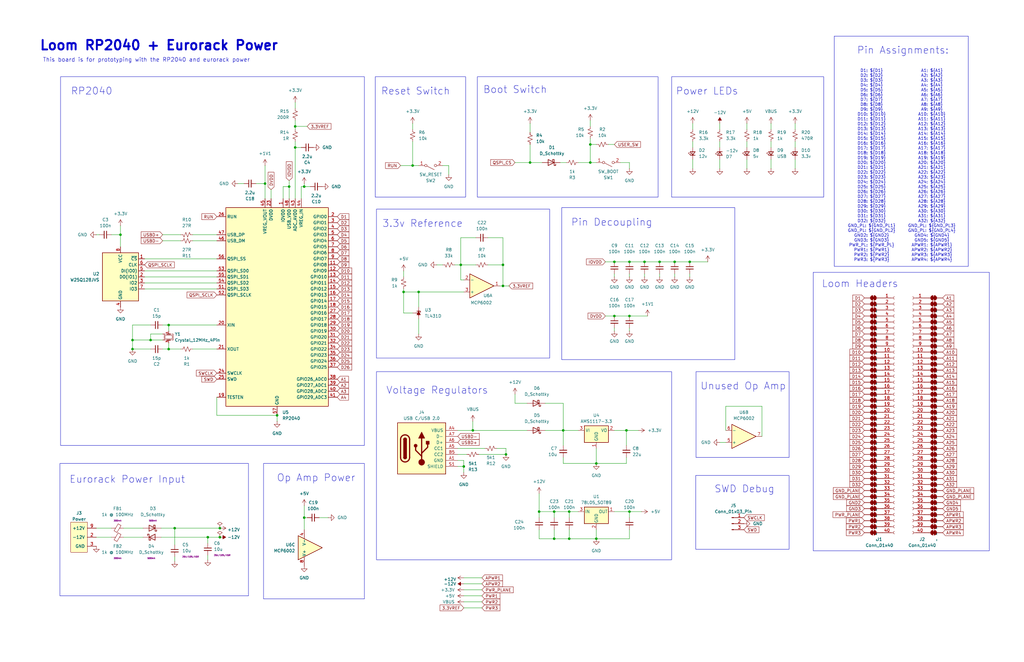
<source format=kicad_sch>
(kicad_sch (version 20231120) (generator "eeschema") (generator_version "8.0")
  (paper "USLedger")
  (title_block (company "Decapod Devices"))
  (lib_symbols
    (symbol "Connector:Conn_01x03_Pin" (pin_names (offset 1.016) hide)
      (property "Reference" "J" (at 0 5.08 0))
      (property "Value" "Conn_01x03_Pin" (at 0 -5.08 0))
      (symbol "Conn_01x03_Pin_1_1"
        (pin passive line (at 5.08 2.54 180) (length 3.81) (name "Pin_1") (number "1"))
        (pin passive line (at 5.08 0 180) (length 3.81) (name "Pin_2") (number "2"))
        (pin passive line (at 5.08 -2.54 180) (length 3.81) (name "Pin_3") (number "3"))
      )
    )
    (symbol "Connector:Conn_01x40_Socket" (pin_names (offset 1.016) hide)
      (property "Reference" "J" (at 0 50.8 0))
      (property "Value" "Conn_01x40_Socket" (at 0 -53.34 0))
      (symbol "Conn_01x40_Socket_1_1"
        (pin passive line (at -5.08 48.26 0) (length 3.81) (name "Pin_1") (number "1"))
        (pin passive line (at -5.08 25.4 0) (length 3.81) (name "Pin_10") (number "10"))
        (pin passive line (at -5.08 22.86 0) (length 3.81) (name "Pin_11") (number "11"))
        (pin passive line (at -5.08 20.32 0) (length 3.81) (name "Pin_12") (number "12"))
        (pin passive line (at -5.08 17.78 0) (length 3.81) (name "Pin_13") (number "13"))
        (pin passive line (at -5.08 15.24 0) (length 3.81) (name "Pin_14") (number "14"))
        (pin passive line (at -5.08 12.7 0) (length 3.81) (name "Pin_15") (number "15"))
        (pin passive line (at -5.08 10.16 0) (length 3.81) (name "Pin_16") (number "16"))
        (pin passive line (at -5.08 7.62 0) (length 3.81) (name "Pin_17") (number "17"))
        (pin passive line (at -5.08 5.08 0) (length 3.81) (name "Pin_18") (number "18"))
        (pin passive line (at -5.08 2.54 0) (length 3.81) (name "Pin_19") (number "19"))
        (pin passive line (at -5.08 45.72 0) (length 3.81) (name "Pin_2") (number "2"))
        (pin passive line (at -5.08 0 0) (length 3.81) (name "Pin_20") (number "20"))
        (pin passive line (at -5.08 -2.54 0) (length 3.81) (name "Pin_21") (number "21"))
        (pin passive line (at -5.08 -5.08 0) (length 3.81) (name "Pin_22") (number "22"))
        (pin passive line (at -5.08 -7.62 0) (length 3.81) (name "Pin_23") (number "23"))
        (pin passive line (at -5.08 -10.16 0) (length 3.81) (name "Pin_24") (number "24"))
        (pin passive line (at -5.08 -12.7 0) (length 3.81) (name "Pin_25") (number "25"))
        (pin passive line (at -5.08 -15.24 0) (length 3.81) (name "Pin_26") (number "26"))
        (pin passive line (at -5.08 -17.78 0) (length 3.81) (name "Pin_27") (number "27"))
        (pin passive line (at -5.08 -20.32 0) (length 3.81) (name "Pin_28") (number "28"))
        (pin passive line (at -5.08 -22.86 0) (length 3.81) (name "Pin_29") (number "29"))
        (pin passive line (at -5.08 43.18 0) (length 3.81) (name "Pin_3") (number "3"))
        (pin passive line (at -5.08 -25.4 0) (length 3.81) (name "Pin_30") (number "30"))
        (pin passive line (at -5.08 -27.94 0) (length 3.81) (name "Pin_31") (number "31"))
        (pin passive line (at -5.08 -30.48 0) (length 3.81) (name "Pin_32") (number "32"))
        (pin passive line (at -5.08 -33.02 0) (length 3.81) (name "Pin_33") (number "33"))
        (pin passive line (at -5.08 -35.56 0) (length 3.81) (name "Pin_34") (number "34"))
        (pin passive line (at -5.08 -38.1 0) (length 3.81) (name "Pin_35") (number "35"))
        (pin passive line (at -5.08 -40.64 0) (length 3.81) (name "Pin_36") (number "36"))
        (pin passive line (at -5.08 -43.18 0) (length 3.81) (name "Pin_37") (number "37"))
        (pin passive line (at -5.08 -45.72 0) (length 3.81) (name "Pin_38") (number "38"))
        (pin passive line (at -5.08 -48.26 0) (length 3.81) (name "Pin_39") (number "39"))
        (pin passive line (at -5.08 40.64 0) (length 3.81) (name "Pin_4") (number "4"))
        (pin passive line (at -5.08 -50.8 0) (length 3.81) (name "Pin_40") (number "40"))
        (pin passive line (at -5.08 38.1 0) (length 3.81) (name "Pin_5") (number "5"))
        (pin passive line (at -5.08 35.56 0) (length 3.81) (name "Pin_6") (number "6"))
        (pin passive line (at -5.08 33.02 0) (length 3.81) (name "Pin_7") (number "7"))
        (pin passive line (at -5.08 30.48 0) (length 3.81) (name "Pin_8") (number "8"))
        (pin passive line (at -5.08 27.94 0) (length 3.81) (name "Pin_9") (number "9"))
      )
    )
    (symbol "DecapodDevices:C_Small" (pin_numbers hide) (pin_names (offset 0.254) hide)
      (property "Reference" "C" (at 0.254 1.778 0))
      (property "Value" "C_Small" (at 0.254 -2.032 0))
      (symbol "C_Small_1_1"
        (pin passive line (at 0 2.54 270) (length 2.032) (name "~") (number "1"))
        (pin passive line (at 0 -2.54 90) (length 2.032) (name "~") (number "2"))
      )
    )
    (symbol "DecapodDevices:R_Small_US" (pin_numbers hide) (pin_names (offset 0.254) hide)
      (property "Reference" "R" (at 0.762 0.508 0))
      (property "Value" "R_Small_US" (at 0.762 -1.016 0))
      (symbol "R_Small_US_1_1"
        (pin passive line (at 0 2.54 270) (length 1.016) (name "~") (number "1"))
        (pin passive line (at 0 -2.54 90) (length 1.016) (name "~") (number "2"))
      )
    )
    (symbol "Device:C_Small" (pin_numbers hide) (pin_names (offset 0.254) hide)
      (property "Reference" "C" (at 0.254 1.778 0))
      (property "Value" "C_Small" (at 0.254 -2.032 0))
      (symbol "C_Small_1_1"
        (pin passive line (at 0 2.54 270) (length 2.032) (name "~") (number "1"))
        (pin passive line (at 0 -2.54 90) (length 2.032) (name "~") (number "2"))
      )
    )
    (symbol "Device:D_Schottky" (pin_numbers hide) (pin_names (offset 1.016) hide)
      (property "Reference" "D" (at 0 2.54 0))
      (property "Value" "D_Schottky" (at 0 -2.54 0))
      (symbol "D_Schottky_1_1"
        (pin passive line (at -3.81 0 0) (length 2.54) (name "K") (number "1"))
        (pin passive line (at 3.81 0 180) (length 2.54) (name "A") (number "2"))
      )
    )
    (symbol "Device:FerriteBead_Small" (pin_numbers hide) (pin_names (offset 0))
      (property "Reference" "FB" (at 1.905 1.27 0))
      (property "Value" "FerriteBead_Small" (at 1.905 -1.27 0))
      (symbol "FerriteBead_Small_1_1"
        (pin passive line (at 0 2.54 270) (length 1.27) (name "~") (number "1"))
        (pin passive line (at 0 -2.54 90) (length 1.27) (name "~") (number "2"))
      )
    )
    (symbol "Device:LED_Small" (pin_numbers hide) (pin_names (offset 0.254) hide)
      (property "Reference" "D" (at -1.27 3.175 0))
      (property "Value" "LED_Small" (at -4.445 -2.54 0))
      (symbol "LED_Small_1_1"
        (pin passive line (at -2.54 0 0) (length 1.778) (name "K") (number "1"))
        (pin passive line (at 2.54 0 180) (length 1.778) (name "A") (number "2"))
      )
    )
    (symbol "Diode:1N5819" (pin_numbers hide) (pin_names (offset 1.016) hide)
      (property "Reference" "D" (at 0 2.54 0))
      (property "Value" "1N5819" (at 0 -2.54 0))
      (symbol "1N5819_1_1"
        (pin passive line (at -3.81 0 0) (length 2.54) (name "K") (number "1"))
        (pin passive line (at 3.81 0 180) (length 2.54) (name "A") (number "2"))
      )
    )
    (symbol "Jumper:SolderJumper_2_Bridged" (pin_numbers hide) (pin_names (offset 0) hide) (exclude_from_sim yes) (in_bom no)
      (property "Reference" "JP" (at 0 2.032 0))
      (property "Value" "SolderJumper_2_Bridged" (at 0 -2.54 0))
      (symbol "SolderJumper_2_Bridged_1_1"
        (pin passive line (at -3.81 0 0) (length 2.54) (name "A") (number "1"))
        (pin passive line (at 3.81 0 180) (length 2.54) (name "B") (number "2"))
      )
    )
    (symbol "MCU_RaspberryPi:RP2040"
      (property "Reference" "U" (at 17.78 45.72 0))
      (property "Value" "RP2040" (at 17.78 43.18 0))
      (symbol "RP2040_1_1"
        (pin power_in line (at 2.54 45.72 270) (length 3.81) (name "IOVDD") (number "1"))
        (pin passive line (at 2.54 45.72 270) (length 3.81) hide (name "IOVDD") (number "10"))
        (pin bidirectional line (at 25.4 17.78 180) (length 3.81) (name "GPIO8") (number "11"))
        (pin bidirectional line (at 25.4 15.24 180) (length 3.81) (name "GPIO9") (number "12"))
        (pin bidirectional line (at 25.4 12.7 180) (length 3.81) (name "GPIO10") (number "13"))
        (pin bidirectional line (at 25.4 10.16 180) (length 3.81) (name "GPIO11") (number "14"))
        (pin bidirectional line (at 25.4 7.62 180) (length 3.81) (name "GPIO12") (number "15"))
        (pin bidirectional line (at 25.4 5.08 180) (length 3.81) (name "GPIO13") (number "16"))
        (pin bidirectional line (at 25.4 2.54 180) (length 3.81) (name "GPIO14") (number "17"))
        (pin bidirectional line (at 25.4 0 180) (length 3.81) (name "GPIO15") (number "18"))
        (pin input line (at -25.4 -38.1 0) (length 3.81) (name "TESTEN") (number "19"))
        (pin bidirectional line (at 25.4 38.1 180) (length 3.81) (name "GPIO0") (number "2"))
        (pin input line (at -25.4 -7.62 0) (length 3.81) (name "XIN") (number "20"))
        (pin passive line (at -25.4 -17.78 0) (length 3.81) (name "XOUT") (number "21"))
        (pin passive line (at 2.54 45.72 270) (length 3.81) hide (name "IOVDD") (number "22"))
        (pin power_in line (at -2.54 45.72 270) (length 3.81) (name "DVDD") (number "23"))
        (pin input line (at -25.4 -27.94 0) (length 3.81) (name "SWCLK") (number "24"))
        (pin bidirectional line (at -25.4 -30.48 0) (length 3.81) (name "SWD") (number "25"))
        (pin input line (at -25.4 38.1 0) (length 3.81) (name "RUN") (number "26"))
        (pin bidirectional line (at 25.4 -2.54 180) (length 3.81) (name "GPIO16") (number "27"))
        (pin bidirectional line (at 25.4 -5.08 180) (length 3.81) (name "GPIO17") (number "28"))
        (pin bidirectional line (at 25.4 -7.62 180) (length 3.81) (name "GPIO18") (number "29"))
        (pin bidirectional line (at 25.4 35.56 180) (length 3.81) (name "GPIO1") (number "3"))
        (pin bidirectional line (at 25.4 -10.16 180) (length 3.81) (name "GPIO19") (number "30"))
        (pin bidirectional line (at 25.4 -12.7 180) (length 3.81) (name "GPIO20") (number "31"))
        (pin bidirectional line (at 25.4 -15.24 180) (length 3.81) (name "GPIO21") (number "32"))
        (pin passive line (at 2.54 45.72 270) (length 3.81) hide (name "IOVDD") (number "33"))
        (pin bidirectional line (at 25.4 -17.78 180) (length 3.81) (name "GPIO22") (number "34"))
        (pin bidirectional line (at 25.4 -20.32 180) (length 3.81) (name "GPIO23") (number "35"))
        (pin bidirectional line (at 25.4 -22.86 180) (length 3.81) (name "GPIO24") (number "36"))
        (pin bidirectional line (at 25.4 -25.4 180) (length 3.81) (name "GPIO25") (number "37"))
        (pin bidirectional line (at 25.4 -30.48 180) (length 3.81) (name "GPIO26_ADC0") (number "38"))
        (pin bidirectional line (at 25.4 -33.02 180) (length 3.81) (name "GPIO27_ADC1") (number "39"))
        (pin bidirectional line (at 25.4 33.02 180) (length 3.81) (name "GPIO2") (number "4"))
        (pin bidirectional line (at 25.4 -35.56 180) (length 3.81) (name "GPIO28_ADC2") (number "40"))
        (pin bidirectional line (at 25.4 -38.1 180) (length 3.81) (name "GPIO29_ADC3") (number "41"))
        (pin passive line (at 2.54 45.72 270) (length 3.81) hide (name "IOVDD") (number "42"))
        (pin power_in line (at 7.62 45.72 270) (length 3.81) (name "ADC_AVDD") (number "43"))
        (pin power_in line (at 10.16 45.72 270) (length 3.81) (name "VREG_IN") (number "44"))
        (pin power_out line (at -5.08 45.72 270) (length 3.81) (name "VREG_VOUT") (number "45"))
        (pin bidirectional line (at -25.4 27.94 0) (length 3.81) (name "USB_DM") (number "46"))
        (pin bidirectional line (at -25.4 30.48 0) (length 3.81) (name "USB_DP") (number "47"))
        (pin power_in line (at 5.08 45.72 270) (length 3.81) (name "USB_VDD") (number "48"))
        (pin passive line (at 2.54 45.72 270) (length 3.81) hide (name "IOVDD") (number "49"))
        (pin bidirectional line (at 25.4 30.48 180) (length 3.81) (name "GPIO3") (number "5"))
        (pin passive line (at -2.54 45.72 270) (length 3.81) hide (name "DVDD") (number "50"))
        (pin bidirectional line (at -25.4 7.62 0) (length 3.81) (name "QSPI_SD3") (number "51"))
        (pin output line (at -25.4 5.08 0) (length 3.81) (name "QSPI_SCLK") (number "52"))
        (pin bidirectional line (at -25.4 15.24 0) (length 3.81) (name "QSPI_SD0") (number "53"))
        (pin bidirectional line (at -25.4 10.16 0) (length 3.81) (name "QSPI_SD2") (number "54"))
        (pin bidirectional line (at -25.4 12.7 0) (length 3.81) (name "QSPI_SD1") (number "55"))
        (pin bidirectional line (at -25.4 20.32 0) (length 3.81) (name "QSPI_SS") (number "56"))
        (pin power_in line (at 0 -45.72 90) (length 3.81) (name "GND") (number "57"))
        (pin bidirectional line (at 25.4 27.94 180) (length 3.81) (name "GPIO4") (number "6"))
        (pin bidirectional line (at 25.4 25.4 180) (length 3.81) (name "GPIO5") (number "7"))
        (pin bidirectional line (at 25.4 22.86 180) (length 3.81) (name "GPIO6") (number "8"))
        (pin bidirectional line (at 25.4 20.32 180) (length 3.81) (name "GPIO7") (number "9"))
      )
    )
    (symbol "Memory_Flash:W25Q128JVS"
      (property "Reference" "U" (at -8.89 8.89 0))
      (property "Value" "W25Q128JVS" (at 7.62 8.89 0))
      (symbol "W25Q128JVS_1_1"
        (pin input line (at -10.16 7.62 0) (length 2.54) (name "~{CS}") (number "1"))
        (pin bidirectional line (at -10.16 0 0) (length 2.54) (name "DO(IO1)") (number "2"))
        (pin bidirectional line (at -10.16 -2.54 0) (length 2.54) (name "IO2") (number "3"))
        (pin power_in line (at 0 -12.7 90) (length 2.54) (name "GND") (number "4"))
        (pin bidirectional line (at -10.16 2.54 0) (length 2.54) (name "DI(IO0)") (number "5"))
        (pin input line (at -10.16 5.08 0) (length 2.54) (name "CLK") (number "6"))
        (pin bidirectional line (at -10.16 -5.08 0) (length 2.54) (name "IO3") (number "7"))
        (pin power_in line (at 0 12.7 270) (length 2.54) (name "VCC") (number "8"))
      )
    )
    (symbol "Reference_Voltage:TL431D" (pin_numbers hide) (pin_names hide)
      (property "Reference" "U" (at 0 -2.54 0))
      (property "Value" "TL431D" (at 0 -4.445 0))
      (symbol "TL431D_1_1"
        (pin passive line (at 2.54 0 180) (length 2.54) (name "K") (number "1"))
        (pin passive line (at -2.54 0 0) (length 2.54) (name "A") (number "2"))
        (pin passive line (at -2.54 0 0) (length 2.54) hide (name "A") (number "3"))
        (pin passive line (at -2.54 0 0) (length 2.54) hide (name "A") (number "6"))
        (pin passive line (at -2.54 0 0) (length 2.54) hide (name "A") (number "7"))
        (pin passive line (at 0 2.54 270) (length 2.54) (name "REF") (number "8"))
      )
    )
    (symbol "Regulator_Linear:AMS1117-3.3"
      (property "Reference" "U" (at -3.81 3.175 0))
      (property "Value" "AMS1117-3.3" (at 0 3.175 0))
      (symbol "AMS1117-3.3_1_1"
        (pin power_in line (at 0 -7.62 90) (length 2.54) (name "GND") (number "1"))
        (pin power_out line (at 7.62 0 180) (length 2.54) (name "VO") (number "2"))
        (pin power_in line (at -7.62 0 0) (length 2.54) (name "VI") (number "3"))
      )
    )
    (symbol "Regulator_Linear:L78L05_SOT89" (pin_names (offset 0.254))
      (property "Reference" "U" (at -3.81 3.175 0))
      (property "Value" "L78L05_SOT89" (at -0.635 3.175 0))
      (symbol "L78L05_SOT89_1_1"
        (pin power_out line (at 7.62 0 180) (length 2.54) (name "OUT") (number "1"))
        (pin power_in line (at 0 -7.62 90) (length 2.54) (name "GND") (number "2"))
        (pin power_in line (at -7.62 0 0) (length 2.54) (name "IN") (number "3"))
      )
    )
    (symbol "Switch:SW_SPST" (pin_names (offset 0) hide)
      (property "Reference" "SW" (at 0 3.175 0))
      (property "Value" "SW_SPST" (at 0 -2.54 0))
      (symbol "SW_SPST_1_1"
        (pin passive line (at -5.08 0 0) (length 2.54) (name "A") (number "1"))
        (pin passive line (at 5.08 0 180) (length 2.54) (name "B") (number "2"))
      )
    )
    (symbol "power:+12V" (power) (pin_names (offset 0))
      (property "Value" "+12V" (at 0 3.556 0))
      (symbol "+12V_1_1"
        (pin power_in line (at 0 0 90) (length 0) hide (name "+12V") (number "1"))
      )
    )
    (symbol "power:+1V1" (power) (pin_numbers hide) (pin_names (offset 0) hide)
      (property "Value" "+1V1" (at 0 3.556 0))
      (symbol "+1V1_1_1"
        (pin power_in line (at 0 0 90) (length 0) (name "~") (number "1"))
      )
    )
    (symbol "power:+3.3V" (power) (pin_numbers hide) (pin_names (offset 0) hide)
      (property "Value" "+3.3V" (at 0 3.556 0))
      (symbol "+3.3V_1_1"
        (pin power_in line (at 0 0 90) (length 0) (name "~") (number "1"))
      )
    )
    (symbol "power:+5V" (power) (pin_numbers hide) (pin_names (offset 0) hide)
      (property "Value" "+5V" (at 0 3.556 0))
      (symbol "+5V_1_1"
        (pin power_in line (at 0 0 90) (length 0) (name "~") (number "1"))
      )
    )
    (symbol "power:-12V" (power) (pin_names (offset 0))
      (property "Value" "-12V" (at 0 3.81 0))
      (symbol "-12V_0_0"
        (pin power_in line (at 0 0 90) (length 0) hide (name "-12V") (number "1"))
      )
    )
    (symbol "power:GND" (power) (pin_numbers hide) (pin_names (offset 0) hide)
      (property "Value" "GND" (at 0 -3.81 0))
      (symbol "GND_1_1"
        (pin power_in line (at 0 0 270) (length 0) (name "~") (number "1"))
      )
    )
    (symbol "power:PWR_FLAG" (power) (pin_numbers hide) (pin_names (offset 0) hide)
      (property "Value" "PWR_FLAG" (at 0 3.81 0))
      (symbol "PWR_FLAG_0_0"
        (pin power_out line (at 0 0 90) (length 0) (name "pwr") (number "1"))
      )
    )
    (symbol "power:VBUS" (power) (pin_numbers hide) (pin_names (offset 0) hide)
      (property "Value" "VBUS" (at 0 3.556 0))
      (symbol "VBUS_1_1"
        (pin power_in line (at 0 0 90) (length 0) (name "~") (number "1"))
      )
    )
    (symbol "winterbloom:Crystal_12MHz_4Pin" (pin_names (offset 1.016) hide)
      (property "Reference" "Y1" (at 0 5.08 0))
      (property "Value" "Crystal_12MHz_4Pin" (at 0 3.175 0))
      (symbol "Crystal_12MHz_4Pin_1_1"
        (pin passive line (at -2.54 0 0) (length 1.27) (name "1") (number "1"))
        (pin passive line (at -1.27 -2.54 90) (length 0.635) (name "2") (number "2"))
        (pin passive line (at 2.54 0 180) (length 1.27) (name "3") (number "3"))
        (pin passive line (at 1.27 -2.54 90) (length 0.635) (name "4") (number "4"))
      )
    )
    (symbol "winterbloom:Eurorack_Power" (pin_names (offset 1.016))
      (property "Reference" "J" (at -0.635 7.62 0))
      (property "Value" "Eurorack_Power" (at 0 -7.62 0))
      (symbol "Eurorack_Power_1_1"
        (pin power_out line (at 7.62 0 180) (length 3.81) hide (name "-12V") (number "1"))
        (pin passive line (at 7.62 3.81 180) (length 3.81) hide (name "+12V") (number "10"))
        (pin passive line (at 7.62 0 180) (length 3.81) (name "-12V") (number "2"))
        (pin power_out line (at 7.62 -3.81 180) (length 3.81) (name "GND") (number "3"))
        (pin passive line (at 7.62 -3.81 180) (length 3.81) hide (name "GND") (number "4"))
        (pin passive line (at 7.62 -3.81 180) (length 3.81) hide (name "GND") (number "5"))
        (pin passive line (at 7.62 -3.81 180) (length 3.81) hide (name "GND") (number "6"))
        (pin passive line (at 7.62 -3.81 180) (length 3.81) hide (name "GND") (number "7"))
        (pin passive line (at 7.62 -3.81 180) (length 3.81) hide (name "GND") (number "8"))
        (pin power_out line (at 7.62 3.81 180) (length 3.81) (name "+12V") (number "9"))
      )
    )
    (symbol "winterbloom:MCP6002" (pin_names (offset 0.127))
      (property "Reference" "U" (at 1.016 3.048 0))
      (property "Value" "MCP6002" (at 0.762 -3.302 0))
      (symbol "MCP6002_1_1"
        (pin output line (at 7.62 0 180) (length 2.54) (name "~") (number "1"))
        (pin input line (at -7.62 -2.54 0) (length 2.54) (name "-") (number "2"))
        (pin input line (at -7.62 2.54 0) (length 2.54) (name "+") (number "3"))
      )
      (symbol "MCP6002_2_1"
        (pin input line (at -7.62 2.54 0) (length 2.54) (name "+") (number "5"))
        (pin input line (at -7.62 -2.54 0) (length 2.54) (name "-") (number "6"))
        (pin output line (at 7.62 0 180) (length 2.54) (name "~") (number "7"))
      )
      (symbol "MCP6002_3_1"
        (pin power_in line (at -2.54 -7.62 90) (length 3.81) (name "V-") (number "4"))
        (pin power_in line (at -2.54 7.62 270) (length 3.81) (name "V+") (number "8"))
      )
    )
    (symbol "winterbloom:USB_C_Receptacle_USB2.0" (pin_names (offset 1.016))
      (property "Reference" "J" (at 0 14.986 0))
      (property "Value" "USB C/USB 2.0" (at 0 12.7 0))
      (symbol "USB_C_Receptacle_USB2.0_1_1"
        (pin passive line (at 15.24 -5.08 180) (length 5.08) (name "GND") (number "A1"))
        (pin passive line (at 15.24 -5.08 180) (length 5.08) hide (name "GND") (number "A12"))
        (pin passive line (at 15.24 7.62 180) (length 5.08) (name "VBUS") (number "A4"))
        (pin bidirectional line (at 15.24 0 180) (length 5.08) (name "CC1") (number "A5"))
        (pin bidirectional line (at 15.24 2.54 180) (length 5.08) (name "D+") (number "A6"))
        (pin bidirectional line (at 15.24 5.08 180) (length 5.08) (name "D-") (number "A7"))
        (pin no_connect line (at 0 -12.065 180) (length 5.08) hide (name "SBU1") (number "A8"))
        (pin passive line (at 15.24 7.62 180) (length 5.08) hide (name "VBUS") (number "A9"))
        (pin passive line (at 15.24 -5.08 180) (length 5.08) hide (name "GND") (number "B1"))
        (pin passive line (at 15.24 -5.08 180) (length 5.08) hide (name "GND") (number "B12"))
        (pin passive line (at 15.24 7.62 180) (length 5.08) hide (name "VBUS") (number "B4"))
        (pin bidirectional line (at 15.24 -2.54 180) (length 5.08) (name "CC2") (number "B5"))
        (pin bidirectional line (at 15.24 2.54 180) (length 5.08) hide (name "D+") (number "B6"))
        (pin bidirectional line (at 15.24 5.08 180) (length 5.08) hide (name "D-") (number "B7"))
        (pin no_connect line (at 0 -14.605 180) (length 5.08) hide (name "SBU2") (number "B8"))
        (pin passive line (at 15.24 7.62 180) (length 5.08) hide (name "VBUS") (number "B9"))
        (pin passive line (at 15.24 -7.62 180) (length 5.08) (name "SHIELD") (number "S1"))
      )
    )
  )
  (junction (at 259.08 110.49))
  (junction (at 124.46 53.34))
  (junction (at 233.68 227.33))
  (junction (at 116.84 175.26))
  (junction (at 251.46 227.33))
  (junction (at 128.27 218.44))
  (junction (at 199.39 181.61))
  (junction (at 223.52 68.58))
  (junction (at 194.31 111.76))
  (junction (at 87.63 226.695))
  (junction (at 128.27 78.74))
  (junction (at 173.99 69.85))
  (junction (at 290.83 110.49))
  (junction (at 73.66 222.885))
  (junction (at 284.48 110.49))
  (junction (at 170.18 123.19))
  (junction (at 265.43 133.35))
  (junction (at 213.36 191.77))
  (junction (at 264.16 181.61))
  (junction (at 63.5 143.51))
  (junction (at 265.43 215.9))
  (junction (at 259.08 133.35))
  (junction (at 111.76 77.47))
  (junction (at 92.71 226.695))
  (junction (at 248.92 68.58))
  (junction (at 212.09 120.65))
  (junction (at 233.68 215.9))
  (junction (at 271.78 110.49))
  (junction (at 71.12 147.32))
  (junction (at 240.03 215.9))
  (junction (at 71.12 137.16))
  (junction (at 55.88 147.32))
  (junction (at 227.33 215.9))
  (junction (at 176.53 123.19))
  (junction (at 278.13 110.49))
  (junction (at 265.43 110.49))
  (junction (at 240.03 227.33))
  (junction (at 237.49 181.61))
  (junction (at 50.8 99.06))
  (junction (at 121.92 78.74))
  (junction (at 92.71 222.885))
  (junction (at 55.88 143.51))
  (junction (at 248.92 60.96))
  (junction (at 212.09 111.76))
  (junction (at 251.46 195.58))
  (junction (at 124.46 62.23))
  (junction (at 195.58 196.85))
  (wire (pts (xy 321.31 171.45) (xy 321.31 184.15)))
  (wire (pts (xy 55.88 137.16) (xy 55.88 143.51)))
  (wire (pts (xy 60.96 114.3) (xy 91.44 114.3)))
  (wire (pts (xy 55.88 147.32) (xy 63.5 147.32)))
  (wire (pts (xy 306.07 171.45) (xy 321.31 171.45)))
  (wire (pts (xy 195.58 194.31) (xy 193.04 194.31)))
  (wire (pts (xy 290.83 115.57) (xy 290.83 116.84)))
  (wire (pts (xy 173.99 52.07) (xy 173.99 54.61)))
  (wire (pts (xy 278.13 115.57) (xy 278.13 116.84)))
  (wire (pts (xy 71.12 147.32) (xy 76.2 147.32)))
  (wire (pts (xy 173.99 59.69) (xy 173.99 69.85)))
  (wire (pts (xy 265.43 138.43) (xy 265.43 139.7)))
  (wire (pts (xy 40.64 222.885) (xy 46.99 222.885)))
  (wire (pts (xy 40.64 226.695) (xy 46.99 226.695)))
  (wire (pts (xy 63.5 140.97) (xy 63.5 143.51)))
  (wire (pts (xy 264.16 181.61) (xy 269.24 181.61)))
  (wire (pts (xy 63.5 137.16) (xy 55.88 137.16)))
  (wire (pts (xy 265.43 215.9) (xy 265.43 218.44)))
  (wire (pts (xy 128.27 78.74) (xy 127 78.74)))
  (wire (pts (xy 261.62 68.58) (xy 265.43 68.58)))
  (wire (pts (xy 292.1 67.31) (xy 292.1 71.12)))
  (wire (pts (xy 306.07 181.61) (xy 306.07 171.45)))
  (wire (pts (xy 259.08 138.43) (xy 259.08 139.7)))
  (wire (pts (xy 67.945 226.695) (xy 87.63 226.695)))
  (wire (pts (xy 325.12 67.31) (xy 325.12 71.12)))
  (wire (pts (xy 199.39 181.61) (xy 222.25 181.61)))
  (wire (pts (xy 121.92 83.82) (xy 121.92 78.74)))
  (wire (pts (xy 186.69 69.85) (xy 189.23 69.85)))
  (wire (pts (xy 184.15 111.76) (xy 186.69 111.76)))
  (wire (pts (xy 176.53 123.19) (xy 176.53 129.54)))
  (wire (pts (xy 243.84 68.58) (xy 248.92 68.58)))
  (wire (pts (xy 87.63 226.695) (xy 87.63 229.235)))
  (wire (pts (xy 100.33 77.47) (xy 102.87 77.47)))
  (wire (pts (xy 194.31 118.11) (xy 195.58 118.11)))
  (wire (pts (xy 213.36 189.23) (xy 209.55 189.23)))
  (wire (pts (xy 233.68 215.9) (xy 240.03 215.9)))
  (wire (pts (xy 265.43 133.35) (xy 273.05 133.35)))
  (wire (pts (xy 128.27 218.44) (xy 128.27 223.52)))
  (wire (pts (xy 229.87 181.61) (xy 237.49 181.61)))
  (wire (pts (xy 251.46 195.58) (xy 264.16 195.58)))
  (wire (pts (xy 111.76 77.47) (xy 107.95 77.47)))
  (wire (pts (xy 68.58 147.32) (xy 71.12 147.32)))
  (wire (pts (xy 127 78.74) (xy 127 83.82)))
  (wire (pts (xy 248.92 60.96) (xy 248.92 68.58)))
  (wire (pts (xy 81.28 99.06) (xy 91.44 99.06)))
  (wire (pts (xy 284.48 115.57) (xy 284.48 116.84)))
  (wire (pts (xy 265.43 227.33) (xy 251.46 227.33)))
  (wire (pts (xy 264.16 195.58) (xy 264.16 193.04)))
  (wire (pts (xy 87.63 236.22) (xy 87.63 234.315)))
  (wire (pts (xy 222.25 170.18) (xy 217.17 170.18)))
  (wire (pts (xy 271.78 115.57) (xy 271.78 116.84)))
  (wire (pts (xy 212.09 111.76) (xy 212.09 120.65)))
  (wire (pts (xy 237.49 181.61) (xy 243.84 181.61)))
  (wire (pts (xy 259.08 133.35) (xy 265.43 133.35)))
  (wire (pts (xy 265.43 115.57) (xy 265.43 116.84)))
  (wire (pts (xy 50.8 99.06) (xy 50.8 104.14)))
  (wire (pts (xy 290.83 110.49) (xy 298.45 110.49)))
  (wire (pts (xy 176.53 123.19) (xy 195.58 123.19)))
  (wire (pts (xy 73.66 236.855) (xy 73.66 234.95)))
  (wire (pts (xy 248.92 68.58) (xy 251.46 68.58)))
  (wire (pts (xy 170.18 121.92) (xy 170.18 123.19)))
  (wire (pts (xy 114.3 80.01) (xy 114.3 83.82)))
  (wire (pts (xy 193.04 181.61) (xy 199.39 181.61)))
  (wire (pts (xy 170.18 114.3) (xy 170.18 116.84)))
  (wire (pts (xy 248.92 58.42) (xy 248.92 60.96)))
  (wire (pts (xy 314.96 59.69) (xy 314.96 62.23)))
  (wire (pts (xy 60.96 121.92) (xy 91.44 121.92)))
  (wire (pts (xy 237.49 195.58) (xy 237.49 193.04)))
  (wire (pts (xy 227.33 215.9) (xy 233.68 215.9)))
  (wire (pts (xy 111.76 69.85) (xy 111.76 77.47)))
  (wire (pts (xy 248.92 50.8) (xy 248.92 53.34)))
  (wire (pts (xy 217.17 68.58) (xy 223.52 68.58)))
  (wire (pts (xy 193.04 189.23) (xy 204.47 189.23)))
  (wire (pts (xy 237.49 187.96) (xy 237.49 181.61)))
  (wire (pts (xy 195.58 251.46) (xy 203.2 251.46)))
  (wire (pts (xy 335.28 52.07) (xy 335.28 54.61)))
  (wire (pts (xy 195.58 246.38) (xy 203.2 246.38)))
  (wire (pts (xy 227.33 215.9) (xy 227.33 208.28)))
  (wire (pts (xy 91.44 175.26) (xy 91.44 167.64)))
  (wire (pts (xy 195.58 196.85) (xy 193.04 196.85)))
  (wire (pts (xy 124.46 62.23) (xy 127 62.23)))
  (wire (pts (xy 68.58 137.16) (xy 71.12 137.16)))
  (wire (pts (xy 335.28 67.31) (xy 335.28 71.12)))
  (wire (pts (xy 129.54 53.34) (xy 124.46 53.34)))
  (wire (pts (xy 325.12 59.69) (xy 325.12 62.23)))
  (wire (pts (xy 195.58 254) (xy 203.2 254)))
  (wire (pts (xy 292.1 59.69) (xy 292.1 62.23)))
  (wire (pts (xy 227.33 227.33) (xy 233.68 227.33)))
  (wire (pts (xy 91.44 175.26) (xy 116.84 175.26)))
  (wire (pts (xy 128.27 77.47) (xy 128.27 78.74)))
  (wire (pts (xy 195.58 243.84) (xy 203.2 243.84)))
  (wire (pts (xy 201.93 191.77) (xy 213.36 191.77)))
  (wire (pts (xy 205.74 100.33) (xy 212.09 100.33)))
  (wire (pts (xy 314.96 67.31) (xy 314.96 71.12)))
  (wire (pts (xy 191.77 111.76) (xy 194.31 111.76)))
  (wire (pts (xy 212.09 120.65) (xy 210.82 120.65)))
  (wire (pts (xy 236.22 68.58) (xy 238.76 68.58)))
  (wire (pts (xy 292.1 52.07) (xy 292.1 54.61)))
  (wire (pts (xy 265.43 110.49) (xy 271.78 110.49)))
  (wire (pts (xy 217.17 170.18) (xy 217.17 166.37)))
  (wire (pts (xy 55.88 143.51) (xy 55.88 147.32)))
  (wire (pts (xy 71.12 147.32) (xy 71.12 144.78)))
  (wire (pts (xy 170.18 123.19) (xy 170.18 132.08)))
  (wire (pts (xy 60.96 116.84) (xy 91.44 116.84)))
  (wire (pts (xy 229.87 170.18) (xy 237.49 170.18)))
  (wire (pts (xy 255.27 133.35) (xy 259.08 133.35)))
  (wire (pts (xy 271.78 110.49) (xy 278.13 110.49)))
  (wire (pts (xy 189.23 69.85) (xy 189.23 73.66)))
  (wire (pts (xy 68.58 143.51) (xy 63.5 143.51)))
  (wire (pts (xy 71.12 137.16) (xy 91.44 137.16)))
  (wire (pts (xy 46.99 99.06) (xy 50.8 99.06)))
  (wire (pts (xy 200.66 100.33) (xy 194.31 100.33)))
  (wire (pts (xy 335.28 59.69) (xy 335.28 62.23)))
  (wire (pts (xy 128.27 213.36) (xy 128.27 218.44)))
  (wire (pts (xy 195.58 248.92) (xy 203.2 248.92)))
  (wire (pts (xy 251.46 223.52) (xy 251.46 227.33)))
  (wire (pts (xy 237.49 170.18) (xy 237.49 181.61)))
  (wire (pts (xy 233.68 227.33) (xy 240.03 227.33)))
  (wire (pts (xy 170.18 123.19) (xy 176.53 123.19)))
  (wire (pts (xy 63.5 143.51) (xy 55.88 143.51)))
  (wire (pts (xy 124.46 50.8) (xy 124.46 53.34)))
  (wire (pts (xy 68.58 140.97) (xy 63.5 140.97)))
  (wire (pts (xy 119.38 83.82) (xy 119.38 78.74)))
  (wire (pts (xy 240.03 215.9) (xy 243.84 215.9)))
  (wire (pts (xy 193.04 191.77) (xy 196.85 191.77)))
  (wire (pts (xy 124.46 62.23) (xy 124.46 83.82)))
  (wire (pts (xy 194.31 111.76) (xy 200.66 111.76)))
  (wire (pts (xy 251.46 189.23) (xy 251.46 195.58)))
  (wire (pts (xy 111.76 83.82) (xy 111.76 77.47)))
  (wire (pts (xy 60.96 109.22) (xy 91.44 109.22)))
  (wire (pts (xy 128.27 78.74) (xy 130.81 78.74)))
  (wire (pts (xy 76.2 99.06) (xy 68.58 99.06)))
  (wire (pts (xy 223.52 52.07) (xy 223.52 55.88)))
  (wire (pts (xy 170.18 132.08) (xy 173.99 132.08)))
  (wire (pts (xy 128.27 218.44) (xy 129.54 218.44)))
  (wire (pts (xy 121.92 78.74) (xy 121.92 76.2)))
  (wire (pts (xy 240.03 223.52) (xy 240.03 227.33)))
  (wire (pts (xy 213.36 191.77) (xy 213.36 189.23)))
  (wire (pts (xy 119.38 78.74) (xy 121.92 78.74)))
  (wire (pts (xy 303.53 186.69) (xy 306.07 186.69)))
  (wire (pts (xy 264.16 181.61) (xy 259.08 181.61)))
  (wire (pts (xy 195.58 256.54) (xy 203.2 256.54)))
  (wire (pts (xy 303.53 52.07) (xy 303.53 54.61)))
  (wire (pts (xy 67.945 222.885) (xy 73.66 222.885)))
  (wire (pts (xy 50.8 99.06) (xy 50.8 95.25)))
  (wire (pts (xy 52.07 226.695) (xy 60.325 226.695)))
  (wire (pts (xy 314.96 52.07) (xy 314.96 54.61)))
  (wire (pts (xy 233.68 215.9) (xy 233.68 218.44)))
  (wire (pts (xy 256.54 60.96) (xy 259.08 60.96)))
  (wire (pts (xy 205.74 111.76) (xy 212.09 111.76)))
  (wire (pts (xy 194.31 100.33) (xy 194.31 111.76)))
  (wire (pts (xy 265.43 223.52) (xy 265.43 227.33)))
  (wire (pts (xy 265.43 68.58) (xy 265.43 71.12)))
  (wire (pts (xy 278.13 110.49) (xy 284.48 110.49)))
  (wire (pts (xy 248.92 60.96) (xy 251.46 60.96)))
  (wire (pts (xy 124.46 53.34) (xy 124.46 54.61)))
  (wire (pts (xy 265.43 215.9) (xy 270.51 215.9)))
  (wire (pts (xy 259.08 115.57) (xy 259.08 116.84)))
  (wire (pts (xy 81.28 101.6) (xy 91.44 101.6)))
  (wire (pts (xy 264.16 187.96) (xy 264.16 181.61)))
  (wire (pts (xy 124.46 43.18) (xy 124.46 45.72)))
  (wire (pts (xy 87.63 226.695) (xy 92.71 226.695)))
  (wire (pts (xy 227.33 227.33) (xy 227.33 223.52)))
  (wire (pts (xy 176.53 134.62) (xy 176.53 140.97)))
  (wire (pts (xy 212.09 100.33) (xy 212.09 111.76)))
  (wire (pts (xy 303.53 67.31) (xy 303.53 71.12)))
  (wire (pts (xy 303.53 59.69) (xy 303.53 62.23)))
  (wire (pts (xy 60.96 119.38) (xy 91.44 119.38)))
  (wire (pts (xy 40.64 99.06) (xy 41.91 99.06)))
  (wire (pts (xy 134.62 218.44) (xy 138.43 218.44)))
  (wire (pts (xy 124.46 59.69) (xy 124.46 62.23)))
  (wire (pts (xy 227.33 215.9) (xy 227.33 218.44)))
  (wire (pts (xy 173.99 69.85) (xy 176.53 69.85)))
  (wire (pts (xy 259.08 110.49) (xy 265.43 110.49)))
  (wire (pts (xy 240.03 215.9) (xy 240.03 218.44)))
  (wire (pts (xy 240.03 227.33) (xy 251.46 227.33)))
  (wire (pts (xy 76.2 101.6) (xy 68.58 101.6)))
  (wire (pts (xy 255.27 110.49) (xy 259.08 110.49)))
  (wire (pts (xy 212.09 120.65) (xy 214.63 120.65)))
  (wire (pts (xy 194.31 118.11) (xy 194.31 111.76)))
  (wire (pts (xy 233.68 223.52) (xy 233.68 227.33)))
  (wire (pts (xy 73.66 222.885) (xy 73.66 229.87)))
  (wire (pts (xy 81.28 147.32) (xy 91.44 147.32)))
  (wire (pts (xy 259.08 215.9) (xy 265.43 215.9)))
  (wire (pts (xy 195.58 196.85) (xy 195.58 194.31)))
  (wire (pts (xy 223.52 60.96) (xy 223.52 68.58)))
  (wire (pts (xy 195.58 199.39) (xy 195.58 196.85)))
  (wire (pts (xy 73.66 222.885) (xy 92.71 222.885)))
  (wire (pts (xy 223.52 68.58) (xy 228.6 68.58)))
  (wire (pts (xy 199.39 181.61) (xy 199.39 177.8)))
  (wire (pts (xy 52.07 222.885) (xy 60.325 222.885)))
  (wire (pts (xy 284.48 110.49) (xy 290.83 110.49)))
  (wire (pts (xy 325.12 52.07) (xy 325.12 54.61)))
  (wire (pts (xy 251.46 195.58) (xy 237.49 195.58)))
  (wire (pts (xy 116.84 177.8) (xy 116.84 175.26)))
  (wire (pts (xy 71.12 137.16) (xy 71.12 139.7)))
  (wire (pts (xy 168.91 69.85) (xy 173.99 69.85)))
  (rectangle (start 293.497 156.845) (end 332.74 193.04))
  (rectangle (start 283.21 32.385) (end 347.345 83.185))
  (rectangle (start 342.9 114.935) (end 417.195 232.41))
  (rectangle (start 111.125 195.58) (end 153.67 252.73))
  (rectangle (start 158.75 88.265) (end 231.775 151.13))
  (rectangle (start 25.527 32.385) (end 153.67 187.96))
  (rectangle (start 236.855 87.63) (end 309.88 151.765))
  (rectangle (start 201.295 32.385) (end 277.495 83.185))
  (rectangle (start 158.75 156.845) (end 283.21 236.22))
  (rectangle (start 293.37 200.66) (end 332.74 231.775))
  (rectangle (start 158.242 32.385) (end 196.342 83.185))
  (rectangle (start 351.79 15.24) (end 408.305 112.395))
  (rectangle (start 25.273 195.58) (end 104.775 251.46))
  (text "Pin Assignments:" (at 380.746 23.114 0) (effects (font (size 3 3)) (justify bottom)))
  (text "Problems" (at 452.374 163.068 0) (effects (font (size 6 6) (thickness 0.8) (bold yes)) (justify left)))
  (text "A1: ${A1}\nA2: ${A2}\nA3: ${A3}\nA4: ${A4}\nA5: ${A5}\nA6: ${A6}\nA7: ${A7}\nA8: ${A8}\nA9: ${A9}\nA10: ${A10}\nA11: ${A11}\nA12: ${A12}\nA13: ${A13}\nA14: ${A14}\nA15: ${A15}\nA16: ${A16}\nA17: ${A17}\nA18: ${A18}\nA19: ${A19}\nA20: ${A20}\nA21: ${A21}\nA22: ${A22}\nA23: ${A23}\nA24: ${A24}\nA25: ${A25}\nA26: ${A26}\nA27: ${A27}\nA28: ${A28}\nA29: ${A29}\nA30: ${A30}\nA31: ${A31}\nA32: ${A32}\nGND_PL: ${GND_PL3}\nGND_PL: ${GND_PL4}\nGND4: ${GND4}\nGND5: ${GND5}\nAPWR1: ${APWR1}\nAPWR2: ${APWR2}\nAPWR3: ${APWR3}\nAPWR4: ${APWR4}" (at 392.938 69.85 0) (effects (font (size 1.27 1.27))))
  (text "Loom RP2040 + Eurorack Power" (at 16.51 19.304 0) (effects (font (size 4 4) (thickness 0.8) (bold yes)) (justify left)))
  (text "Power LEDs" (at 284.988 36.83 0) (effects (font (size 3 3)) (justify left top)))
  (text "Unused Op Amp" (at 295.275 161.29 0) (effects (font (size 3 3)) (justify left top)))
  (text "RP2040" (at 29.845 36.83 0) (effects (font (size 3 3)) (justify left top)))
  (text "TODO" (at 449.326 43.18 0) (effects (font (size 6 6) (thickness 0.8) (bold yes)) (justify left)))
  (text "Reset Switch" (at 160.655 36.83 0) (effects (font (size 3 3)) (justify left top)))
  (text "This board is for prototyping with the RP2040 and eurorack power" (at 18.034 24.384 0) (effects (font (size 1.7 1.7)) (justify left top)))
  (text "D1: ${D1}\nD2: ${D2}\nD3: ${D3}\nD4: ${D4}\nD5: ${D5}\nD6: ${D6}\nD7: ${D7}\nD8: ${D8}\nD9: ${D9}\nD10: ${D10}\nD11: ${D11}\nD12: ${D12}\nD13: ${D13}\nD14: ${D14}\nD15: ${D15}\nD16: ${D16}\nD17: ${D17}\nD18: ${D18}\nD19: ${D19}\nD20: ${D20}\nD21: ${D21}\nD22: ${D22}\nD23: ${D23}\nD24: ${D24}\nD25: ${D25}\nD26: ${D26}\nD27: ${D27}\nD28: ${D28}\nD29: ${D29}\nD30: ${D30}\nD31: ${D31}\nD32: ${D32}\nGND_PL: ${GND_PL1}\nGND_PL: ${GND_PL2}\nGND2: ${GND2}\nGND3: ${GND3}\nPWR_PL: ${PWR_PL}\nPWR1: ${PWR1}\nPWR2: ${PWR2}\nPWR3: ${PWR3}" (at 367.538 69.85 0) (effects (font (size 1.27 1.27))))
  (text "How should I power 3.3vref buffer?\n	If I use 3.3vreg, I have no headroom for stability\n	If I use 5v, I have to have USB Connected?\n	If I use 12v, op amp will blow up." (at 454.66 176.53 0) (effects (font (size 3 3)) (justify left)))
  (text "Eurorack Power Input" (at 29.21 200.66 0) (effects (font (size 3 3)) (justify left top)))
  (text "Pin Decoupling" (at 240.792 92.202 0) (effects (font (size 3 3)) (justify left top)))
  (text "Voltage Regulators" (at 162.814 163.068 0) (effects (font (size 3 3)) (justify left top)))
  (text "Loom Headers" (at 346.456 118.11 0) (effects (font (size 3 3)) (justify left top)))
  (text "SWD Debug" (at 313.944 204.724 0) (effects (font (size 3 3)) (justify top)))
  (text "3.3v Reference" (at 161.163 92.71 0) (effects (font (size 3 3)) (justify left top)))
  (text "Add Power LEDs\nFind a use for the extra op amp?\nPrototyping area if extra space?\nFigure out SWD/debug stuff" (at 451.612 56.642 0) (effects (font (size 3 3)) (justify left)))
  (text "Boot Switch" (at 203.708 36.195 0) (effects (font (size 3 3)) (justify left top)))
  (text "Op Amp Power" (at 116.713 200.025 0) (effects (font (size 3 3)) (justify left top)))
  (global_label "D23" (shape input) (at 142.24 147.32 0) (property "Intersheetrefs" "${INTERSHEET_REFS}" (effects (hide yes))))
  (global_label "APWR3" (shape input) (at 397.51 222.25 0) (property "Intersheetrefs" "${INTERSHEET_REFS}" (effects (hide yes))))
  (global_label "D24" (shape input) (at 142.24 149.86 0) (property "Intersheetrefs" "${INTERSHEET_REFS}" (effects (hide yes))))
  (global_label "D20" (shape input) (at 364.49 173.99 180) (property "Intersheetrefs" "${INTERSHEET_REFS}" (effects (hide yes))))
  (global_label "D6" (shape input) (at 364.49 138.43 180) (property "Intersheetrefs" "${INTERSHEET_REFS}" (effects (hide yes))))
  (global_label "A11" (shape input) (at 397.51 151.13 0) (property "Intersheetrefs" "${INTERSHEET_REFS}" (effects (hide yes))))
  (global_label "GND_PLANE" (shape input) (at 364.49 207.01 180) (property "Intersheetrefs" "${INTERSHEET_REFS}" (effects (hide yes))))
  (global_label "APWR2" (shape input) (at 397.51 219.71 0) (property "Intersheetrefs" "${INTERSHEET_REFS}" (effects (hide yes))))
  (global_label "D30" (shape input) (at 364.49 199.39 180) (property "Intersheetrefs" "${INTERSHEET_REFS}" (effects (hide yes))))
  (global_label "A12" (shape input) (at 397.51 153.67 0) (property "Intersheetrefs" "${INTERSHEET_REFS}" (effects (hide yes))))
  (global_label "PWR_PLANE" (shape input) (at 364.49 217.17 180) (property "Intersheetrefs" "${INTERSHEET_REFS}" (effects (hide yes))))
  (global_label "IOVDD" (shape input) (at 121.92 76.2 90) (property "Intersheetrefs" "${INTERSHEET_REFS}" (effects (hide yes))))
  (global_label "PWR3" (shape input) (at 364.49 224.79 180) (property "Intersheetrefs" "${INTERSHEET_REFS}" (effects (hide yes))))
  (global_label "D1" (shape input) (at 364.49 125.73 180) (property "Intersheetrefs" "${INTERSHEET_REFS}" (effects (hide yes))))
  (global_label "USBD-" (shape input) (at 68.58 101.6 180) (property "Intersheetrefs" "${INTERSHEET_REFS}" (effects (hide yes))))
  (global_label "A15" (shape input) (at 397.51 161.29 0) (property "Intersheetrefs" "${INTERSHEET_REFS}" (effects (hide yes))))
  (global_label "PWR3" (shape input) (at 203.2 256.54 0) (property "Intersheetrefs" "${INTERSHEET_REFS}" (effects (hide yes))))
  (global_label "D14" (shape input) (at 364.49 158.75 180) (property "Intersheetrefs" "${INTERSHEET_REFS}" (effects (hide yes))))
  (global_label "SWCLK" (shape input) (at 313.69 218.44 0) (property "Intersheetrefs" "${INTERSHEET_REFS}" (effects (hide yes))))
  (global_label "D13" (shape input) (at 142.24 121.92 0) (property "Intersheetrefs" "${INTERSHEET_REFS}" (effects (hide yes))))
  (global_label "D1" (shape input) (at 142.24 91.44 0) (property "Intersheetrefs" "${INTERSHEET_REFS}" (effects (hide yes))))
  (global_label "GND_PLANE" (shape input) (at 397.51 207.01 0) (property "Intersheetrefs" "${INTERSHEET_REFS}" (effects (hide yes))))
  (global_label "D28" (shape input) (at 364.49 194.31 180) (property "Intersheetrefs" "${INTERSHEET_REFS}" (effects (hide yes))))
  (global_label "D16" (shape input) (at 364.49 163.83 180) (property "Intersheetrefs" "${INTERSHEET_REFS}" (effects (hide yes))))
  (global_label "D24" (shape input) (at 364.49 184.15 180) (property "Intersheetrefs" "${INTERSHEET_REFS}" (effects (hide yes))))
  (global_label "D21" (shape input) (at 142.24 142.24 0) (property "Intersheetrefs" "${INTERSHEET_REFS}" (effects (hide yes))))
  (global_label "D25" (shape input) (at 142.24 152.4 0) (property "Intersheetrefs" "${INTERSHEET_REFS}" (effects (hide yes))))
  (global_label "D10" (shape input) (at 142.24 114.3 0) (property "Intersheetrefs" "${INTERSHEET_REFS}" (effects (hide yes))))
  (global_label "A14" (shape input) (at 397.51 158.75 0) (property "Intersheetrefs" "${INTERSHEET_REFS}" (effects (hide yes))))
  (global_label "D15" (shape input) (at 364.49 161.29 180) (property "Intersheetrefs" "${INTERSHEET_REFS}" (effects (hide yes))))
  (global_label "D25" (shape input) (at 364.49 186.69 180) (property "Intersheetrefs" "${INTERSHEET_REFS}" (effects (hide yes))))
  (global_label "USER_SW" (shape input) (at 259.08 60.96 0) (property "Intersheetrefs" "${INTERSHEET_REFS}" (effects (hide yes))))
  (global_label "PWR2" (shape input) (at 364.49 222.25 180) (property "Intersheetrefs" "${INTERSHEET_REFS}" (effects (hide yes))))
  (global_label "D6" (shape input) (at 142.24 104.14 0) (property "Intersheetrefs" "${INTERSHEET_REFS}" (effects (hide yes))))
  (global_label "USBD+" (shape input) (at 193.04 186.69 0) (property "Intersheetrefs" "${INTERSHEET_REFS}" (effects (hide yes))))
  (global_label "RUN" (shape input) (at 91.44 91.44 180) (property "Intersheetrefs" "${INTERSHEET_REFS}" (effects (hide yes))))
  (global_label "A8" (shape input) (at 397.51 143.51 0) (property "Intersheetrefs" "${INTERSHEET_REFS}" (effects (hide yes))))
  (global_label "A5" (shape input) (at 397.51 135.89 0) (property "Intersheetrefs" "${INTERSHEET_REFS}" (effects (hide yes))))
  (global_label "D17" (shape input) (at 364.49 166.37 180) (property "Intersheetrefs" "${INTERSHEET_REFS}" (effects (hide yes))))
  (global_label "D14" (shape input) (at 142.24 124.46 0) (property "Intersheetrefs" "${INTERSHEET_REFS}" (effects (hide yes))))
  (global_label "A9" (shape input) (at 397.51 146.05 0) (property "Intersheetrefs" "${INTERSHEET_REFS}" (effects (hide yes))))
  (global_label "A3" (shape input) (at 142.24 165.1 0) (property "Intersheetrefs" "${INTERSHEET_REFS}" (effects (hide yes))))
  (global_label "APWR1" (shape input) (at 203.2 243.84 0) (property "Intersheetrefs" "${INTERSHEET_REFS}" (effects (hide yes))))
  (global_label "D8" (shape input) (at 364.49 143.51 180) (property "Intersheetrefs" "${INTERSHEET_REFS}" (effects (hide yes))))
  (global_label "A32" (shape input) (at 397.51 204.47 0) (property "Intersheetrefs" "${INTERSHEET_REFS}" (effects (hide yes))))
  (global_label "D26" (shape input) (at 142.24 154.94 0) (property "Intersheetrefs" "${INTERSHEET_REFS}" (effects (hide yes))))
  (global_label "D27" (shape input) (at 364.49 191.77 180) (property "Intersheetrefs" "${INTERSHEET_REFS}" (effects (hide yes))))
  (global_label "A1" (shape input) (at 397.51 125.73 0) (property "Intersheetrefs" "${INTERSHEET_REFS}" (effects (hide yes))))
  (global_label "A1" (shape input) (at 142.24 160.02 0) (property "Intersheetrefs" "${INTERSHEET_REFS}" (effects (hide yes))))
  (global_label "D9" (shape input) (at 364.49 146.05 180) (property "Intersheetrefs" "${INTERSHEET_REFS}" (effects (hide yes))))
  (global_label "A7" (shape input) (at 397.51 140.97 0) (property "Intersheetrefs" "${INTERSHEET_REFS}" (effects (hide yes))))
  (global_label "IOVDD" (shape input) (at 255.27 110.49 180) (property "Intersheetrefs" "${INTERSHEET_REFS}" (effects (hide yes))))
  (global_label "D3" (shape input) (at 142.24 96.52 0) (property "Intersheetrefs" "${INTERSHEET_REFS}" (effects (hide yes))))
  (global_label "GND5" (shape input) (at 397.51 214.63 0) (property "Intersheetrefs" "${INTERSHEET_REFS}" (effects (hide yes))))
  (global_label "APWR1" (shape input) (at 397.51 217.17 0) (property "Intersheetrefs" "${INTERSHEET_REFS}" (effects (hide yes))))
  (global_label "A25" (shape input) (at 397.51 186.69 0) (property "Intersheetrefs" "${INTERSHEET_REFS}" (effects (hide yes))))
  (global_label "D16" (shape input) (at 142.24 129.54 0) (property "Intersheetrefs" "${INTERSHEET_REFS}" (effects (hide yes))))
  (global_label "QSPI_SCLK" (shape input) (at 91.44 124.46 180) (property "Intersheetrefs" "${INTERSHEET_REFS}" (effects (hide yes))))
  (global_label "D22" (shape input) (at 364.49 179.07 180) (property "Intersheetrefs" "${INTERSHEET_REFS}" (effects (hide yes))))
  (global_label "A21" (shape input) (at 397.51 176.53 0) (property "Intersheetrefs" "${INTERSHEET_REFS}" (effects (hide yes))))
  (global_label "D13" (shape input) (at 364.49 156.21 180) (property "Intersheetrefs" "${INTERSHEET_REFS}" (effects (hide yes))))
  (global_label "D11" (shape input) (at 142.24 116.84 0) (property "Intersheetrefs" "${INTERSHEET_REFS}" (effects (hide yes))))
  (global_label "A31" (shape input) (at 397.51 201.93 0) (property "Intersheetrefs" "${INTERSHEET_REFS}" (effects (hide yes))))
  (global_label "PWR2" (shape input) (at 203.2 254 0) (property "Intersheetrefs" "${INTERSHEET_REFS}" (effects (hide yes))))
  (global_label "A20" (shape input) (at 397.51 173.99 0) (property "Intersheetrefs" "${INTERSHEET_REFS}" (effects (hide yes))))
  (global_label "D2" (shape input) (at 364.49 128.27 180) (property "Intersheetrefs" "${INTERSHEET_REFS}" (effects (hide yes))))
  (global_label "D7" (shape input) (at 142.24 106.68 0) (property "Intersheetrefs" "${INTERSHEET_REFS}" (effects (hide yes))))
  (global_label "GND_PLANE" (shape input) (at 364.49 209.55 180) (property "Intersheetrefs" "${INTERSHEET_REFS}" (effects (hide yes))))
  (global_label "A19" (shape input) (at 397.51 171.45 0) (property "Intersheetrefs" "${INTERSHEET_REFS}" (effects (hide yes))))
  (global_label "D5" (shape input) (at 364.49 135.89 180) (property "Intersheetrefs" "${INTERSHEET_REFS}" (effects (hide yes))))
  (global_label "PWR1" (shape input) (at 203.2 251.46 0) (property "Intersheetrefs" "${INTERSHEET_REFS}" (effects (hide yes))))
  (global_label "GND4" (shape input) (at 397.51 212.09 0) (property "Intersheetrefs" "${INTERSHEET_REFS}" (effects (hide yes))))
  (global_label "D20" (shape input) (at 142.24 139.7 0) (property "Intersheetrefs" "${INTERSHEET_REFS}" (effects (hide yes))))
  (global_label "D22" (shape input) (at 142.24 144.78 0) (property "Intersheetrefs" "${INTERSHEET_REFS}" (effects (hide yes))))
  (global_label "PWR1" (shape input) (at 364.49 219.71 180) (property "Intersheetrefs" "${INTERSHEET_REFS}" (effects (hide yes))))
  (global_label "D21" (shape input) (at 364.49 176.53 180) (property "Intersheetrefs" "${INTERSHEET_REFS}" (effects (hide yes))))
  (global_label "D18" (shape input) (at 142.24 134.62 0) (property "Intersheetrefs" "${INTERSHEET_REFS}" (effects (hide yes))))
  (global_label "USBD-" (shape input) (at 193.04 184.15 0) (property "Intersheetrefs" "${INTERSHEET_REFS}" (effects (hide yes))))
  (global_label "A23" (shape input) (at 397.51 181.61 0) (property "Intersheetrefs" "${INTERSHEET_REFS}" (effects (hide yes))))
  (global_label "GND_PLANE" (shape input) (at 397.51 209.55 0) (property "Intersheetrefs" "${INTERSHEET_REFS}" (effects (hide yes))))
  (global_label "D8" (shape input) (at 142.24 109.22 0) (property "Intersheetrefs" "${INTERSHEET_REFS}" (effects (hide yes))))
  (global_label "PWR_PLANE" (shape input) (at 203.2 248.92 0) (property "Intersheetrefs" "${INTERSHEET_REFS}" (effects (hide yes))))
  (global_label "DVDD" (shape input) (at 255.27 133.35 180) (property "Intersheetrefs" "${INTERSHEET_REFS}" (effects (hide yes))))
  (global_label "A13" (shape input) (at 397.51 156.21 0) (property "Intersheetrefs" "${INTERSHEET_REFS}" (effects (hide yes))))
  (global_label "A29" (shape input) (at 397.51 196.85 0) (property "Intersheetrefs" "${INTERSHEET_REFS}" (effects (hide yes))))
  (global_label "D19" (shape input) (at 364.49 171.45 180) (property "Intersheetrefs" "${INTERSHEET_REFS}" (effects (hide yes))))
  (global_label "RUN" (shape input) (at 168.91 69.85 180) (property "Intersheetrefs" "${INTERSHEET_REFS}" (effects (hide yes))))
  (global_label "D15" (shape input) (at 142.24 127 0) (property "Intersheetrefs" "${INTERSHEET_REFS}" (effects (hide yes))))
  (global_label "3.3VREF" (shape input) (at 214.63 120.65 0) (property "Intersheetrefs" "${INTERSHEET_REFS}" (effects (hide yes))))
  (global_label "D9" (shape input) (at 142.24 111.76 0) (property "Intersheetrefs" "${INTERSHEET_REFS}" (effects (hide yes))))
  (global_label "SWD" (shape input) (at 91.44 160.02 180) (property "Intersheetrefs" "${INTERSHEET_REFS}" (effects (hide yes))))
  (global_label "A28" (shape input) (at 397.51 194.31 0) (property "Intersheetrefs" "${INTERSHEET_REFS}" (effects (hide yes))))
  (global_label "A4" (shape input) (at 142.24 167.64 0) (property "Intersheetrefs" "${INTERSHEET_REFS}" (effects (hide yes))))
  (global_label "A24" (shape input) (at 397.51 184.15 0) (property "Intersheetrefs" "${INTERSHEET_REFS}" (effects (hide yes))))
  (global_label "SWCLK" (shape input) (at 91.44 157.48 180) (property "Intersheetrefs" "${INTERSHEET_REFS}" (effects (hide yes))))
  (global_label "D12" (shape input) (at 364.49 153.67 180) (property "Intersheetrefs" "${INTERSHEET_REFS}" (effects (hide yes))))
  (global_label "A6" (shape input) (at 397.51 138.43 0) (property "Intersheetrefs" "${INTERSHEET_REFS}" (effects (hide yes))))
  (global_label "DVDD" (shape input) (at 114.3 80.01 90) (property "Intersheetrefs" "${INTERSHEET_REFS}" (effects (hide yes))))
  (global_label "A18" (shape input) (at 397.51 168.91 0) (property "Intersheetrefs" "${INTERSHEET_REFS}" (effects (hide yes))))
  (global_label "D10" (shape input) (at 364.49 148.59 180) (property "Intersheetrefs" "${INTERSHEET_REFS}" (effects (hide yes))))
  (global_label "D26" (shape input) (at 364.49 189.23 180) (property "Intersheetrefs" "${INTERSHEET_REFS}" (effects (hide yes))))
  (global_label "QSPI_SCLK" (shape input) (at 60.96 111.76 0) (property "Intersheetrefs" "${INTERSHEET_REFS}" (effects (hide yes))))
  (global_label "D23" (shape input) (at 364.49 181.61 180) (property "Intersheetrefs" "${INTERSHEET_REFS}" (effects (hide yes))))
  (global_label "A4" (shape input) (at 397.51 133.35 0) (property "Intersheetrefs" "${INTERSHEET_REFS}" (effects (hide yes))))
  (global_label "A2" (shape input) (at 397.51 128.27 0) (property "Intersheetrefs" "${INTERSHEET_REFS}" (effects (hide yes))))
  (global_label "A16" (shape input) (at 397.51 163.83 0) (property "Intersheetrefs" "${INTERSHEET_REFS}" (effects (hide yes))))
  (global_label "D29" (shape input) (at 364.49 196.85 180) (property "Intersheetrefs" "${INTERSHEET_REFS}" (effects (hide yes))))
  (global_label "APWR2" (shape input) (at 203.2 246.38 0) (property "Intersheetrefs" "${INTERSHEET_REFS}" (effects (hide yes))))
  (global_label "D4" (shape input) (at 364.49 133.35 180) (property "Intersheetrefs" "${INTERSHEET_REFS}" (effects (hide yes))))
  (global_label "USBD+" (shape input) (at 68.58 99.06 180) (property "Intersheetrefs" "${INTERSHEET_REFS}" (effects (hide yes))))
  (global_label "A17" (shape input) (at 397.51 166.37 0) (property "Intersheetrefs" "${INTERSHEET_REFS}" (effects (hide yes))))
  (global_label "GND3" (shape input) (at 364.49 214.63 180) (property "Intersheetrefs" "${INTERSHEET_REFS}" (effects (hide yes))))
  (global_label "APWR4" (shape input) (at 397.51 224.79 0) (property "Intersheetrefs" "${INTERSHEET_REFS}" (effects (hide yes))))
  (global_label "3.3VREF" (shape input) (at 195.58 256.54 180) (property "Intersheetrefs" "${INTERSHEET_REFS}" (effects (hide yes))))
  (global_label "D7" (shape input) (at 364.49 140.97 180) (property "Intersheetrefs" "${INTERSHEET_REFS}" (effects (hide yes))))
  (global_label "D12" (shape input) (at 142.24 119.38 0) (property "Intersheetrefs" "${INTERSHEET_REFS}" (effects (hide yes))))
  (global_label "D32" (shape input) (at 364.49 204.47 180) (property "Intersheetrefs" "${INTERSHEET_REFS}" (effects (hide yes))))
  (global_label "QSPI_CS" (shape input) (at 217.17 68.58 180) (property "Intersheetrefs" "${INTERSHEET_REFS}" (effects (hide yes))))
  (global_label "D31" (shape input) (at 364.49 201.93 180) (property "Intersheetrefs" "${INTERSHEET_REFS}" (effects (hide yes))))
  (global_label "GND2" (shape input) (at 364.49 212.09 180) (property "Intersheetrefs" "${INTERSHEET_REFS}" (effects (hide yes))))
  (global_label "D11" (shape input) (at 364.49 151.13 180) (property "Intersheetrefs" "${INTERSHEET_REFS}" (effects (hide yes))))
  (global_label "A2" (shape input) (at 142.24 162.56 0) (property "Intersheetrefs" "${INTERSHEET_REFS}" (effects (hide yes))))
  (global_label "A27" (shape input) (at 397.51 191.77 0) (property "Intersheetrefs" "${INTERSHEET_REFS}" (effects (hide yes))))
  (global_label "D18" (shape input) (at 364.49 168.91 180) (property "Intersheetrefs" "${INTERSHEET_REFS}" (effects (hide yes))))
  (global_label "A10" (shape input) (at 397.51 148.59 0) (property "Intersheetrefs" "${INTERSHEET_REFS}" (effects (hide yes))))
  (global_label "D2" (shape input) (at 142.24 93.98 0) (property "Intersheetrefs" "${INTERSHEET_REFS}" (effects (hide yes))))
  (global_label "A3" (shape input) (at 397.51 130.81 0) (property "Intersheetrefs" "${INTERSHEET_REFS}" (effects (hide yes))))
  (global_label "D5" (shape input) (at 142.24 101.6 0) (property "Intersheetrefs" "${INTERSHEET_REFS}" (effects (hide yes))))
  (global_label "3.3VREF" (shape input) (at 129.54 53.34 0) (property "Intersheetrefs" "${INTERSHEET_REFS}" (effects (hide yes))))
  (global_label "A22" (shape input) (at 397.51 179.07 0) (property "Intersheetrefs" "${INTERSHEET_REFS}" (effects (hide yes))))
  (global_label "SWD" (shape input) (at 313.69 223.52 0) (property "Intersheetrefs" "${INTERSHEET_REFS}" (effects (hide yes))))
  (global_label "D19" (shape input) (at 142.24 137.16 0) (property "Intersheetrefs" "${INTERSHEET_REFS}" (effects (hide yes))))
  (global_label "A30" (shape input) (at 397.51 199.39 0) (property "Intersheetrefs" "${INTERSHEET_REFS}" (effects (hide yes))))
  (global_label "A26" (shape input) (at 397.51 189.23 0) (property "Intersheetrefs" "${INTERSHEET_REFS}" (effects (hide yes))))
  (global_label "D4" (shape input) (at 142.24 99.06 0) (property "Intersheetrefs" "${INTERSHEET_REFS}" (effects (hide yes))))
  (global_label "D3" (shape input) (at 364.49 130.81 180) (property "Intersheetrefs" "${INTERSHEET_REFS}" (effects (hide yes))))
  (global_label "D17" (shape input) (at 142.24 132.08 0) (property "Intersheetrefs" "${INTERSHEET_REFS}" (effects (hide yes))))
  (symbol (lib_id "power:GND") (at 313.69 220.98 90) (unit 1)
    (property "Reference" "#PWR040" (effects (hide yes)))
    (property "Value" "GND" (at 317.5 220.9799 90) (effects (justify right)))
    (property "Description" "Power symbol creates a global label with name \"GND\" , ground" (effects (hide yes)))
  )
  (symbol (lib_id "Jumper:SolderJumper_2_Bridged") (at 368.3 191.77 180) (unit 1) (exclude_from_sim yes) (in_bom no)
    (property "Reference" "JP127" (effects (hide yes)))
    (property "Value" "~" (at 369.5699 194.31 90) (effects (justify left)))
    (property "Footprint" "Jumper:SolderJumper-2_P1.3mm_Bridged_RoundedPad1.0x1.5mm" (effects (hide yes)))
    (property "Description" "Solder Jumper, 2-pole, closed/bridged" (effects (hide yes)))
  )
  (symbol (lib_id "power:GND") (at 251.46 195.58 0) (unit 1)
    (property "Reference" "#PWR022" (effects (hide yes)))
    (property "Value" "GND" (at 251.46 200.66 0))
    (property "Description" "Power symbol creates a global label with name \"GND\" , ground" (effects (hide yes)))
  )
  (symbol (lib_id "power:+12V") (at 92.71 222.885 270) (unit 1)
    (property "Reference" "#PWR020" (effects (hide yes)))
    (property "Value" "+12V" (at 95.885 223.52 90) (effects (justify left)))
  )
  (symbol (lib_id "power:GND") (at 335.28 71.12 0) (unit 1)
    (property "Reference" "#PWR057" (effects (hide yes)))
    (property "Value" "GND" (effects (hide yes)))
  )
  (symbol (lib_id "power:GND") (at 189.23 73.66 0) (unit 1)
    (property "Reference" "#PWR010" (effects (hide yes)))
    (property "Value" "GND" (at 189.23 78.74 0))
    (property "Description" "Power symbol creates a global label with name \"GND\" , ground" (effects (hide yes)))
  )
  (symbol (lib_id "power:GND") (at 251.46 227.33 0) (unit 1)
    (property "Reference" "#PWR043" (effects (hide yes)))
    (property "Value" "GND" (at 251.46 232.41 0))
    (property "Description" "Power symbol creates a global label with name \"GND\" , ground" (effects (hide yes)))
  )
  (symbol (lib_id "Jumper:SolderJumper_2_Bridged") (at 393.7 194.31 180) (unit 1) (exclude_from_sim yes) (in_bom no)
    (property "Reference" "JP168" (effects (hide yes)))
    (property "Value" "~" (at 394.9699 196.85 90) (effects (justify left)))
    (property "Footprint" "Jumper:SolderJumper-2_P1.3mm_Bridged_RoundedPad1.0x1.5mm" (effects (hide yes)))
    (property "Description" "Solder Jumper, 2-pole, closed/bridged" (effects (hide yes)))
  )
  (symbol (lib_id "DecapodDevices:C_Small") (at 129.54 62.23 90) (mirror x) (unit 1)
    (property "Reference" "C4" (at 129.5463 68.58 90))
    (property "Value" "2.2u" (at 129.5463 66.04 90))
    (property "Footprint" "winterbloom:C_0603_HandSolder" (effects (hide yes)))
    (property "Description" "Unpolarized capacitor, small symbol" (effects (hide yes)))
    (property "Rating" "25V/10%/C0G" (effects (hide yes)))
    (property "MPN" "CL10A225KO8NNNC" (effects (hide yes)))
    (property "Manufacturer" "Samsung Electro-Mechanics" (effects (hide yes)))
    (property "LCSC" "C23630" (effects (hide yes)))
  )
  (symbol (lib_id "DecapodDevices:R_Small_US") (at 325.12 57.15 0) (mirror y) (unit 1)
    (property "Reference" "R19" (at 327.66 55.8799 0) (effects (justify right)))
    (property "Value" "1k" (at 327.66 58.4199 0) (effects (justify right)))
    (property "Footprint" "winterbloom:R_0603_HandSolder" (effects (hide yes)))
    (property "Description" "Resistor, small US symbol" (effects (hide yes)))
    (property "Rating" "100mW/1%/Thin" (effects (hide yes)))
  )
  (symbol (lib_id "power:GND") (at 284.48 116.84 0) (mirror y) (unit 1)
    (property "Reference" "#PWR032" (effects (hide yes)))
    (property "Value" "GND" (at 284.48 121.158 0))
    (property "Description" "Power symbol creates a global label with name \"GND\" , ground" (effects (hide yes)))
  )
  (symbol (lib_id "power:GND") (at 303.53 186.69 270) (unit 1)
    (property "Reference" "#PWR058" (effects (hide yes)))
    (property "Value" "GND" (at 299.72 186.6899 90) (effects (justify right)))
    (property "Description" "Power symbol creates a global label with name \"GND\" , ground" (effects (hide yes)))
  )
  (symbol (lib_id "Jumper:SolderJumper_2_Bridged") (at 393.7 173.99 180) (unit 1) (exclude_from_sim yes) (in_bom no)
    (property "Reference" "JP160" (effects (hide yes)))
    (property "Value" "~" (at 394.9699 176.53 90) (effects (justify left)))
    (property "Footprint" "Jumper:SolderJumper-2_P1.3mm_Bridged_RoundedPad1.0x1.5mm" (effects (hide yes)))
    (property "Description" "Solder Jumper, 2-pole, closed/bridged" (effects (hide yes)))
  )
  (symbol (lib_id "power:VBUS") (at 195.58 254 90) (unit 1)
    (property "Reference" "#PWR063" (effects (hide yes)))
    (property "Value" "VBUS" (at 191.77 253.9999 90) (effects (justify left)))
    (property "Description" "Power symbol creates a global label with name \"VBUS\"" (effects (hide yes)))
  )
  (symbol (lib_id "Regulator_Linear:L78L05_SOT89") (at 251.46 215.9 0) (unit 1)
    (property "Reference" "U1" (at 251.46 209.55 0))
    (property "Value" "78L05_SOT89" (at 251.46 212.09 0))
    (property "Footprint" "Package_TO_SOT_SMD:SOT-89-3" (effects (hide yes)))
    (property "Datasheet" "http://www.st.com/content/ccc/resource/technical/document/datasheet/15/55/e5/aa/23/5b/43/fd/CD00000446.pdf/files/CD00000446.pdf/jcr:content/translations/en.CD00000446.pdf" (effects (hide yes)))
    (property "Description" "Positive 100mA 30V Linear Regulator, Fixed Output 5V, SOT-89" (effects (hide yes)))
    (property "Manufacturer" "UTC(Unisonic Tech)" (effects (hide yes)))
    (property "LCSC" "C71136" (effects (hide yes)))
    (property "MPN" "78L05G-AB3-R" (effects (hide yes)))
  )
  (symbol (lib_id "power:-12V") (at 195.58 246.38 90) (mirror x) (unit 1)
    (property "Reference" "#PWR060" (effects (hide yes)))
    (property "Value" "-12V" (at 192.405 246.38 90) (effects (justify left)))
  )
  (symbol (lib_id "Jumper:SolderJumper_2_Bridged") (at 393.7 166.37 180) (unit 1) (exclude_from_sim yes) (in_bom no)
    (property "Reference" "JP157" (effects (hide yes)))
    (property "Value" "~" (at 394.9699 168.91 90) (effects (justify left)))
    (property "Footprint" "Jumper:SolderJumper-2_P1.3mm_Bridged_RoundedPad1.0x1.5mm" (effects (hide yes)))
    (property "Description" "Solder Jumper, 2-pole, closed/bridged" (effects (hide yes)))
  )
  (symbol (lib_id "Jumper:SolderJumper_2_Bridged") (at 393.7 161.29 180) (unit 1) (exclude_from_sim yes) (in_bom no)
    (property "Reference" "JP155" (effects (hide yes)))
    (property "Value" "~" (at 394.9699 163.83 90) (effects (justify left)))
    (property "Footprint" "Jumper:SolderJumper-2_P1.3mm_Bridged_RoundedPad1.0x1.5mm" (effects (hide yes)))
    (property "Description" "Solder Jumper, 2-pole, closed/bridged" (effects (hide yes)))
  )
  (symbol (lib_id "Jumper:SolderJumper_2_Bridged") (at 393.7 179.07 180) (unit 1) (exclude_from_sim yes) (in_bom no)
    (property "Reference" "JP162" (effects (hide yes)))
    (property "Value" "~" (at 394.9699 181.61 90) (effects (justify left)))
    (property "Footprint" "Jumper:SolderJumper-2_P1.3mm_Bridged_RoundedPad1.0x1.5mm" (effects (hide yes)))
    (property "Description" "Solder Jumper, 2-pole, closed/bridged" (effects (hide yes)))
  )
  (symbol (lib_id "power:+12V") (at 195.58 243.84 90) (mirror x) (unit 1)
    (property "Reference" "#PWR059" (effects (hide yes)))
    (property "Value" "+12V" (at 192.405 244.475 90) (effects (justify left)))
  )
  (symbol (lib_id "Jumper:SolderJumper_2_Bridged") (at 393.7 176.53 180) (unit 1) (exclude_from_sim yes) (in_bom no)
    (property "Reference" "JP161" (effects (hide yes)))
    (property "Value" "~" (at 394.9699 179.07 90) (effects (justify left)))
    (property "Footprint" "Jumper:SolderJumper-2_P1.3mm_Bridged_RoundedPad1.0x1.5mm" (effects (hide yes)))
    (property "Description" "Solder Jumper, 2-pole, closed/bridged" (effects (hide yes)))
  )
  (symbol (lib_id "DecapodDevices:C_Small") (at 66.04 147.32 90) (mirror x) (unit 1)
    (property "Reference" "C2" (at 66.0463 153.67 90))
    (property "Value" "15p" (at 66.0463 151.13 90))
    (property "Footprint" "winterbloom:C_0603_HandSolder" (effects (hide yes)))
    (property "Description" "Unpolarized capacitor, small symbol" (effects (hide yes)))
    (property "Rating" "25V/10%/C0G" (effects (hide yes)))
    (property "MPN" "CL10C150JB8NNNC" (effects (hide yes)))
    (property "Manufacturer" "Samsung Electro-Mechanics" (effects (hide yes)))
    (property "LCSC" "C1644" (effects (hide yes)))
  )
  (symbol (lib_id "Jumper:SolderJumper_2_Bridged") (at 368.3 125.73 180) (unit 1) (exclude_from_sim yes) (in_bom no)
    (property "Reference" "JP101" (effects (hide yes)))
    (property "Value" "~" (at 369.5699 128.27 90) (effects (justify left)))
    (property "Footprint" "Jumper:SolderJumper-2_P1.3mm_Bridged_RoundedPad1.0x1.5mm" (effects (hide yes)))
    (property "Description" "Solder Jumper, 2-pole, closed/bridged" (effects (hide yes)))
  )
  (symbol (lib_id "Jumper:SolderJumper_2_Bridged") (at 393.7 138.43 180) (unit 1) (exclude_from_sim yes) (in_bom no)
    (property "Reference" "JP146" (effects (hide yes)))
    (property "Value" "~" (at 394.9699 140.97 90) (effects (justify left)))
    (property "Footprint" "Jumper:SolderJumper-2_P1.3mm_Bridged_RoundedPad1.0x1.5mm" (effects (hide yes)))
    (property "Description" "Solder Jumper, 2-pole, closed/bridged" (effects (hide yes)))
  )
  (symbol (lib_id "Jumper:SolderJumper_2_Bridged") (at 393.7 125.73 180) (unit 1) (exclude_from_sim yes) (in_bom no)
    (property "Reference" "JP141" (effects (hide yes)))
    (property "Value" "~" (at 394.9699 128.27 90) (effects (justify left)))
    (property "Footprint" "Jumper:SolderJumper-2_P1.3mm_Bridged_RoundedPad1.0x1.5mm" (effects (hide yes)))
    (property "Description" "Solder Jumper, 2-pole, closed/bridged" (effects (hide yes)))
  )
  (symbol (lib_id "power:+5V") (at 128.27 213.36 0) (unit 1)
    (property "Reference" "#PWR014" (effects (hide yes)))
    (property "Value" "+5V" (at 128.27 208.28 0))
    (property "Description" "Power symbol creates a global label with name \"+5V\"" (effects (hide yes)))
  )
  (symbol (lib_id "Jumper:SolderJumper_2_Bridged") (at 368.3 184.15 180) (unit 1) (exclude_from_sim yes) (in_bom no)
    (property "Reference" "JP124" (effects (hide yes)))
    (property "Value" "~" (at 369.5699 186.69 90) (effects (justify left)))
    (property "Footprint" "Jumper:SolderJumper-2_P1.3mm_Bridged_RoundedPad1.0x1.5mm" (effects (hide yes)))
    (property "Description" "Solder Jumper, 2-pole, closed/bridged" (effects (hide yes)))
  )
  (symbol (lib_id "Jumper:SolderJumper_2_Bridged") (at 368.3 143.51 180) (unit 1) (exclude_from_sim yes) (in_bom no)
    (property "Reference" "JP108" (effects (hide yes)))
    (property "Value" "~" (at 369.5699 146.05 90) (effects (justify left)))
    (property "Footprint" "Jumper:SolderJumper-2_P1.3mm_Bridged_RoundedPad1.0x1.5mm" (effects (hide yes)))
    (property "Description" "Solder Jumper, 2-pole, closed/bridged" (effects (hide yes)))
  )
  (symbol (lib_id "power:GND") (at 290.83 116.84 0) (mirror y) (unit 1)
    (property "Reference" "#PWR033" (effects (hide yes)))
    (property "Value" "GND" (at 290.83 121.158 0))
    (property "Description" "Power symbol creates a global label with name \"GND\" , ground" (effects (hide yes)))
  )
  (symbol (lib_id "Jumper:SolderJumper_2_Bridged") (at 393.7 224.79 180) (unit 1) (exclude_from_sim yes) (in_bom no)
    (property "Reference" "JP180" (effects (hide yes)))
    (property "Value" "~" (at 394.9699 227.33 90) (effects (justify left)))
    (property "Footprint" "Jumper:SolderJumper-2_P1.3mm_Bridged_RoundedPad1.0x1.5mm" (effects (hide yes)))
    (property "Description" "Solder Jumper, 2-pole, closed/bridged" (effects (hide yes)))
  )
  (symbol (lib_id "DecapodDevices:R_Small_US") (at 170.18 119.38 0) (mirror y) (unit 1)
    (property "Reference" "R9" (at 167.64 118.1099 0) (effects (justify left)))
    (property "Value" "1k" (at 167.64 120.6499 0) (effects (justify left)))
    (property "Footprint" "winterbloom:R_0603_HandSolder" (effects (hide yes)))
    (property "Description" "Resistor, small US symbol" (effects (hide yes)))
    (property "Rating" "100mW/1%/Thin" (effects (hide yes)))
  )
  (symbol (lib_id "power:PWR_FLAG") (at 92.71 222.885 0) (unit 1)
    (property "Reference" "#FLG01" (effects (hide yes)))
    (property "Value" "PWR_FLAG" (effects (hide yes)))
  )
  (symbol (lib_id "DecapodDevices:R_Small_US") (at 78.74 147.32 90) (unit 1)
    (property "Reference" "R1" (at 78.74 153.67 90))
    (property "Value" "1k" (at 78.74 151.13 90))
    (property "Footprint" "winterbloom:R_0603_HandSolder" (effects (hide yes)))
    (property "Description" "Resistor, small US symbol" (effects (hide yes)))
    (property "Rating" "100mW/1%/Thin" (effects (hide yes)))
  )
  (symbol (lib_id "Jumper:SolderJumper_2_Bridged") (at 393.7 171.45 180) (unit 1) (exclude_from_sim yes) (in_bom no)
    (property "Reference" "JP159" (effects (hide yes)))
    (property "Value" "~" (at 394.9699 173.99 90) (effects (justify left)))
    (property "Footprint" "Jumper:SolderJumper-2_P1.3mm_Bridged_RoundedPad1.0x1.5mm" (effects (hide yes)))
    (property "Description" "Solder Jumper, 2-pole, closed/bridged" (effects (hide yes)))
  )
  (symbol (lib_id "power:+5V") (at 314.96 52.07 0) (unit 1)
    (property "Reference" "#PWR052" (effects (hide yes)))
    (property "Value" "+5V" (at 314.96 46.99 0))
    (property "Description" "Power symbol creates a global label with name \"+5V\"" (effects (hide yes)))
  )
  (symbol (lib_id "Jumper:SolderJumper_2_Bridged") (at 393.7 222.25 180) (unit 1) (exclude_from_sim yes) (in_bom no)
    (property "Reference" "JP179" (effects (hide yes)))
    (property "Value" "~" (at 394.9699 224.79 90) (effects (justify left)))
    (property "Footprint" "Jumper:SolderJumper-2_P1.3mm_Bridged_RoundedPad1.0x1.5mm" (effects (hide yes)))
    (property "Description" "Solder Jumper, 2-pole, closed/bridged" (effects (hide yes)))
  )
  (symbol (lib_id "DecapodDevices:C_Small") (at 227.33 220.98 0) (mirror y) (unit 1)
    (property "Reference" "C24" (at 218.948 220.218 0))
    (property "Value" "100n" (at 218.948 222.758 0))
    (property "Footprint" "winterbloom:C_0603_HandSolder" (effects (hide yes)))
    (property "Description" "Unpolarized capacitor, small symbol" (effects (hide yes)))
    (property "Rating" "25V/10%/C0G" (effects (hide yes)))
    (property "MPN" "CC0603KRX7R9BB104" (effects (hide yes)))
    (property "Manufacturer" "YAGEO" (effects (hide yes)))
    (property "LCSC" "C14663" (effects (hide yes)))
  )
  (symbol (lib_id "Jumper:SolderJumper_2_Bridged") (at 368.3 146.05 180) (unit 1) (exclude_from_sim yes) (in_bom no)
    (property "Reference" "JP109" (effects (hide yes)))
    (property "Value" "~" (at 369.5699 148.59 90) (effects (justify left)))
    (property "Footprint" "Jumper:SolderJumper-2_P1.3mm_Bridged_RoundedPad1.0x1.5mm" (effects (hide yes)))
    (property "Description" "Solder Jumper, 2-pole, closed/bridged" (effects (hide yes)))
  )
  (symbol (lib_id "Jumper:SolderJumper_2_Bridged") (at 368.3 166.37 180) (unit 1) (exclude_from_sim yes) (in_bom no)
    (property "Reference" "JP117" (effects (hide yes)))
    (property "Value" "~" (at 369.5699 168.91 90) (effects (justify left)))
    (property "Footprint" "Jumper:SolderJumper-2_P1.3mm_Bridged_RoundedPad1.0x1.5mm" (effects (hide yes)))
    (property "Description" "Solder Jumper, 2-pole, closed/bridged" (effects (hide yes)))
  )
  (symbol (lib_id "DecapodDevices:C_Small") (at 271.78 113.03 0) (mirror y) (unit 1)
    (property "Reference" "C12" (at 271.78 103.632 0))
    (property "Value" "100n" (at 271.78 106.172 0))
    (property "Footprint" "winterbloom:C_0603_HandSolder" (effects (hide yes)))
    (property "Description" "Unpolarized capacitor, small symbol" (effects (hide yes)))
    (property "Rating" "25V/10%/C0G" (effects (hide yes)))
    (property "MPN" "CC0603KRX7R9BB104" (effects (hide yes)))
    (property "Manufacturer" "YAGEO" (effects (hide yes)))
    (property "LCSC" "C14663" (effects (hide yes)))
  )
  (symbol (lib_id "Jumper:SolderJumper_2_Bridged") (at 368.3 214.63 180) (unit 1) (exclude_from_sim yes) (in_bom no)
    (property "Reference" "JP136" (effects (hide yes)))
    (property "Value" "~" (at 369.5699 217.17 90) (effects (justify left)))
    (property "Footprint" "Jumper:SolderJumper-2_P1.3mm_Bridged_RoundedPad1.0x1.5mm" (effects (hide yes)))
    (property "Description" "Solder Jumper, 2-pole, closed/bridged" (effects (hide yes)))
  )
  (symbol (lib_id "DecapodDevices:R_Small_US") (at 78.74 99.06 270) (mirror x) (unit 1)
    (property "Reference" "R10" (at 78.74 92.71 90))
    (property "Value" "27R" (at 78.74 95.25 90))
    (property "Footprint" "winterbloom:R_0603_HandSolder" (effects (hide yes)))
    (property "Description" "Resistor, small US symbol" (effects (hide yes)))
    (property "Rating" "100mW/1%/Thin" (effects (hide yes)))
  )
  (symbol (lib_id "DecapodDevices:C_Small") (at 203.2 100.33 90) (unit 1)
    (property "Reference" "C22" (at 203.2063 93.98 90))
    (property "Value" "100n" (at 203.2063 96.52 90))
    (property "Footprint" "winterbloom:C_0603_HandSolder" (effects (hide yes)))
    (property "Description" "Unpolarized capacitor, small symbol" (effects (hide yes)))
    (property "Rating" "25V/10%/C0G" (effects (hide yes)))
    (property "MPN" "CC0603KRX7R9BB104" (effects (hide yes)))
    (property "Manufacturer" "YAGEO" (effects (hide yes)))
    (property "LCSC" "C14663" (effects (hide yes)))
  )
  (symbol (lib_id "Jumper:SolderJumper_2_Bridged") (at 393.7 130.81 180) (unit 1) (exclude_from_sim yes) (in_bom no)
    (property "Reference" "JP143" (effects (hide yes)))
    (property "Value" "~" (at 394.9699 133.35 90) (effects (justify left)))
    (property "Footprint" "Jumper:SolderJumper-2_P1.3mm_Bridged_RoundedPad1.0x1.5mm" (effects (hide yes)))
    (property "Description" "Solder Jumper, 2-pole, closed/bridged" (effects (hide yes)))
  )
  (symbol (lib_id "Device:LED_Small") (at 303.53 64.77 90) (mirror x) (unit 1)
    (property "Reference" "D7" (at 306.07 66.1036 90) (effects (justify right)))
    (property "Value" "-12v" (at 306.07 63.5636 90) (effects (justify right)))
    (property "Footprint" "LED_SMD:LED_0805_2012Metric" (effects (hide yes)))
    (property "Description" "Light emitting diode, small symbol" (effects (hide yes)))
    (property "Manufacturer" "Hubei KENTO Elec" (effects (hide yes)))
    (property "LCSC" "C2297" (effects (hide yes)))
    (property "MPN" "KT-0805G" (effects (hide yes)))
  )
  (symbol (lib_id "DecapodDevices:C_Small") (at 259.08 113.03 0) (mirror y) (unit 1)
    (property "Reference" "C9" (at 259.08 103.632 0))
    (property "Value" "100n" (at 259.08 106.172 0))
    (property "Footprint" "winterbloom:C_0603_HandSolder" (effects (hide yes)))
    (property "Description" "Unpolarized capacitor, small symbol" (effects (hide yes)))
    (property "Rating" "25V/10%/C0G" (effects (hide yes)))
    (property "MPN" "CC0603KRX7R9BB104" (effects (hide yes)))
    (property "Manufacturer" "YAGEO" (effects (hide yes)))
    (property "LCSC" "C14663" (effects (hide yes)))
  )
  (symbol (lib_id "power:+5V") (at 270.51 215.9 270) (unit 1)
    (property "Reference" "#PWR044" (effects (hide yes)))
    (property "Value" "+5V" (at 274.32 215.8999 90) (effects (justify left)))
    (property "Description" "Power symbol creates a global label with name \"+5V\"" (effects (hide yes)))
  )
  (symbol (lib_id "Jumper:SolderJumper_2_Bridged") (at 368.3 176.53 180) (unit 1) (exclude_from_sim yes) (in_bom no)
    (property "Reference" "JP121" (effects (hide yes)))
    (property "Value" "~" (at 369.5699 179.07 90) (effects (justify left)))
    (property "Footprint" "Jumper:SolderJumper-2_P1.3mm_Bridged_RoundedPad1.0x1.5mm" (effects (hide yes)))
    (property "Description" "Solder Jumper, 2-pole, closed/bridged" (effects (hide yes)))
  )
  (symbol (lib_id "power:+3.3V") (at 128.27 77.47 0) (unit 1)
    (property "Reference" "#PWR027" (effects (hide yes)))
    (property "Value" "+3.3V" (at 128.27 72.39 0))
    (property "Description" "Power symbol creates a global label with name \"+3.3V\"" (effects (hide yes)))
  )
  (symbol (lib_id "Jumper:SolderJumper_2_Bridged") (at 393.7 214.63 180) (unit 1) (exclude_from_sim yes) (in_bom no)
    (property "Reference" "JP176" (effects (hide yes)))
    (property "Value" "~" (at 394.9699 217.17 90) (effects (justify left)))
    (property "Footprint" "Jumper:SolderJumper-2_P1.3mm_Bridged_RoundedPad1.0x1.5mm" (effects (hide yes)))
    (property "Description" "Solder Jumper, 2-pole, closed/bridged" (effects (hide yes)))
  )
  (symbol (lib_id "Jumper:SolderJumper_2_Bridged") (at 368.3 140.97 180) (unit 1) (exclude_from_sim yes) (in_bom no)
    (property "Reference" "JP107" (effects (hide yes)))
    (property "Value" "~" (at 369.5699 143.51 90) (effects (justify left)))
    (property "Footprint" "Jumper:SolderJumper-2_P1.3mm_Bridged_RoundedPad1.0x1.5mm" (effects (hide yes)))
    (property "Description" "Solder Jumper, 2-pole, closed/bridged" (effects (hide yes)))
  )
  (symbol (lib_id "Jumper:SolderJumper_2_Bridged") (at 393.7 151.13 180) (unit 1) (exclude_from_sim yes) (in_bom no)
    (property "Reference" "JP151" (effects (hide yes)))
    (property "Value" "~" (at 394.9699 153.67 90) (effects (justify left)))
    (property "Footprint" "Jumper:SolderJumper-2_P1.3mm_Bridged_RoundedPad1.0x1.5mm" (effects (hide yes)))
    (property "Description" "Solder Jumper, 2-pole, closed/bridged" (effects (hide yes)))
  )
  (symbol (lib_id "Connector:Conn_01x40_Socket") (at 384.81 173.99 0) (mirror y) (unit 1)
    (property "Reference" "J2" (at 388.874 227.584 0))
    (property "Value" "Conn_01x40" (at 388.874 230.124 0))
    (property "Footprint" "Connector_PinHeader_2.54mm:PinHeader_1x40_P2.54mm_Vertical" (effects (hide yes)))
    (property "Description" "Generic connector, single row, 01x40, script generated" (effects (hide yes)))
  )
  (symbol (lib_id "DecapodDevices:R_Small_US") (at 292.1 57.15 0) (mirror y) (unit 1)
    (property "Reference" "R16" (at 294.64 55.8799 0) (effects (justify right)))
    (property "Value" "3.3k" (at 294.64 58.4199 0) (effects (justify right)))
    (property "Footprint" "winterbloom:R_0603_HandSolder" (effects (hide yes)))
    (property "Description" "Resistor, small US symbol" (effects (hide yes)))
    (property "Rating" "100mW/1%/Thin" (effects (hide yes)))
  )
  (symbol (lib_id "power:+3.3V") (at 173.99 52.07 0) (mirror y) (unit 1)
    (property "Reference" "#PWR09" (effects (hide yes)))
    (property "Value" "+3.3V" (at 173.99 46.99 0))
    (property "Description" "Power symbol creates a global label with name \"+3.3V\"" (effects (hide yes)))
  )
  (symbol (lib_id "Regulator_Linear:AMS1117-3.3") (at 251.46 181.61 0) (unit 1)
    (property "Reference" "U4" (at 251.46 175.26 0))
    (property "Value" "AMS1117-3.3" (at 251.46 177.8 0))
    (property "Footprint" "Package_TO_SOT_SMD:SOT-223-3_TabPin2" (effects (hide yes)))
    (property "Datasheet" "http://www.advanced-monolithic.com/pdf/ds1117.pdf" (effects (hide yes)))
    (property "Description" "1A Low Dropout regulator, positive, 3.3V fixed output, SOT-223" (effects (hide yes)))
    (property "Manufacturer" "Advanced Monolithic Systems" (effects (hide yes)))
    (property "LCSC" "C6186" (effects (hide yes)))
    (property "MPN" "AMS1117-3.3" (effects (hide yes)))
  )
  (symbol (lib_id "power:+12V") (at 292.1 52.07 0) (unit 1)
    (property "Reference" "#PWR048" (effects (hide yes)))
    (property "Value" "+12V" (at 292.1 46.99 0))
  )
  (symbol (lib_id "power:+12V") (at 227.33 208.28 0) (unit 1)
    (property "Reference" "#PWR012" (effects (hide yes)))
    (property "Value" "+12V" (at 227.33 203.2 0))
  )
  (symbol (lib_id "Jumper:SolderJumper_2_Bridged") (at 368.3 130.81 180) (unit 1) (exclude_from_sim yes) (in_bom no)
    (property "Reference" "JP103" (effects (hide yes)))
    (property "Value" "~" (at 369.5699 133.35 90) (effects (justify left)))
    (property "Footprint" "Jumper:SolderJumper-2_P1.3mm_Bridged_RoundedPad1.0x1.5mm" (effects (hide yes)))
    (property "Description" "Solder Jumper, 2-pole, closed/bridged" (effects (hide yes)))
  )
  (symbol (lib_id "Jumper:SolderJumper_2_Bridged") (at 393.7 186.69 180) (unit 1) (exclude_from_sim yes) (in_bom no)
    (property "Reference" "JP165" (effects (hide yes)))
    (property "Value" "~" (at 394.9699 189.23 90) (effects (justify left)))
    (property "Footprint" "Jumper:SolderJumper-2_P1.3mm_Bridged_RoundedPad1.0x1.5mm" (effects (hide yes)))
    (property "Description" "Solder Jumper, 2-pole, closed/bridged" (effects (hide yes)))
  )
  (symbol (lib_id "Device:D_Schottky") (at 226.06 170.18 180) (unit 1)
    (property "Reference" "D6" (at 226.3775 163.83 0))
    (property "Value" "D_Schottky" (at 226.3775 166.37 0))
    (property "Footprint" "winterbloom:D_SMA" (effects (hide yes)))
    (property "Description" "Schottky diode" (effects (hide yes)))
    (property "Manufacturer" "MDD(Microdiode Electronics)" (effects (hide yes)))
    (property "LCSC" "C2480" (effects (hide yes)))
    (property "MPN" "SS14" (effects (hide yes)))
  )
  (symbol (lib_id "power:VBUS") (at 199.39 177.8 0) (unit 1)
    (property "Reference" "#PWR018" (effects (hide yes)))
    (property "Value" "VBUS" (at 199.39 172.72 0))
    (property "Description" "Power symbol creates a global label with name \"VBUS\"" (effects (hide yes)))
  )
  (symbol (lib_id "Jumper:SolderJumper_2_Bridged") (at 368.3 171.45 180) (unit 1) (exclude_from_sim yes) (in_bom no)
    (property "Reference" "JP119" (effects (hide yes)))
    (property "Value" "~" (at 369.5699 173.99 90) (effects (justify left)))
    (property "Footprint" "Jumper:SolderJumper-2_P1.3mm_Bridged_RoundedPad1.0x1.5mm" (effects (hide yes)))
    (property "Description" "Solder Jumper, 2-pole, closed/bridged" (effects (hide yes)))
  )
  (symbol (lib_id "Jumper:SolderJumper_2_Bridged") (at 393.7 196.85 180) (unit 1) (exclude_from_sim yes) (in_bom no)
    (property "Reference" "JP169" (effects (hide yes)))
    (property "Value" "~" (at 394.9699 199.39 90) (effects (justify left)))
    (property "Footprint" "Jumper:SolderJumper-2_P1.3mm_Bridged_RoundedPad1.0x1.5mm" (effects (hide yes)))
    (property "Description" "Solder Jumper, 2-pole, closed/bridged" (effects (hide yes)))
  )
  (symbol (lib_id "Jumper:SolderJumper_2_Bridged") (at 393.7 201.93 180) (unit 1) (exclude_from_sim yes) (in_bom no)
    (property "Reference" "JP171" (effects (hide yes)))
    (property "Value" "~" (at 394.9699 204.47 90) (effects (justify left)))
    (property "Footprint" "Jumper:SolderJumper-2_P1.3mm_Bridged_RoundedPad1.0x1.5mm" (effects (hide yes)))
    (property "Description" "Solder Jumper, 2-pole, closed/bridged" (effects (hide yes)))
  )
  (symbol (lib_id "power:GND") (at 292.1 71.12 0) (unit 1)
    (property "Reference" "#PWR049" (effects (hide yes)))
    (property "Value" "GND" (effects (hide yes)))
  )
  (symbol (lib_id "Jumper:SolderJumper_2_Bridged") (at 393.7 212.09 180) (unit 1) (exclude_from_sim yes) (in_bom no)
    (property "Reference" "JP175" (effects (hide yes)))
    (property "Value" "~" (at 394.9699 214.63 90) (effects (justify left)))
    (property "Footprint" "Jumper:SolderJumper-2_P1.3mm_Bridged_RoundedPad1.0x1.5mm" (effects (hide yes)))
    (property "Description" "Solder Jumper, 2-pole, closed/bridged" (effects (hide yes)))
  )
  (symbol (lib_id "DecapodDevices:R_Small_US") (at 189.23 111.76 90) (mirror x) (unit 1)
    (property "Reference" "R8" (at 189.23 105.41 90))
    (property "Value" "33k" (at 189.23 107.95 90))
    (property "Footprint" "winterbloom:R_0603_HandSolder" (effects (hide yes)))
    (property "Description" "Resistor, small US symbol" (effects (hide yes)))
    (property "Rating" "100mW/1%/Thin" (effects (hide yes)))
  )
  (symbol (lib_id "Jumper:SolderJumper_2_Bridged") (at 393.7 184.15 180) (unit 1) (exclude_from_sim yes) (in_bom no)
    (property "Reference" "JP164" (effects (hide yes)))
    (property "Value" "~" (at 394.9699 186.69 90) (effects (justify left)))
    (property "Footprint" "Jumper:SolderJumper-2_P1.3mm_Bridged_RoundedPad1.0x1.5mm" (effects (hide yes)))
    (property "Description" "Solder Jumper, 2-pole, closed/bridged" (effects (hide yes)))
  )
  (symbol (lib_id "Jumper:SolderJumper_2_Bridged") (at 393.7 163.83 180) (unit 1) (exclude_from_sim yes) (in_bom no)
    (property "Reference" "JP156" (effects (hide yes)))
    (property "Value" "~" (at 394.9699 166.37 90) (effects (justify left)))
    (property "Footprint" "Jumper:SolderJumper-2_P1.3mm_Bridged_RoundedPad1.0x1.5mm" (effects (hide yes)))
    (property "Description" "Solder Jumper, 2-pole, closed/bridged" (effects (hide yes)))
  )
  (symbol (lib_id "DecapodDevices:R_Small_US") (at 248.92 55.88 0) (mirror x) (unit 1)
    (property "Reference" "R5" (at 246.38 54.6099 0) (effects (justify right)))
    (property "Value" "10k" (at 246.38 57.1499 0) (effects (justify right)))
    (property "Footprint" "winterbloom:R_0603_HandSolder" (effects (hide yes)))
    (property "Description" "Resistor, small US symbol" (effects (hide yes)))
    (property "Rating" "100mW/1%/Thin" (effects (hide yes)))
  )
  (symbol (lib_id "power:+3.3V") (at 195.58 248.92 90) (unit 1)
    (property "Reference" "#PWR061" (effects (hide yes)))
    (property "Value" "+3.3V" (at 191.77 248.9199 90) (effects (justify left)))
    (property "Description" "Power symbol creates a global label with name \"+3.3V\"" (effects (hide yes)))
  )
  (symbol (lib_id "Switch:SW_SPST") (at 256.54 68.58 0) (mirror x) (unit 1)
    (property "Reference" "SW1" (at 256.54 74.93 0))
    (property "Value" "SW_BOOT" (at 256.54 72.39 0))
    (property "Footprint" "winterbloom:Tactile_Switch_4.2mm" (effects (hide yes)))
    (property "Description" "Single Pole Single Throw (SPST) switch" (effects (hide yes)))
    (property "LCSC" "C139797" (effects (hide yes)))
    (property "MPN" "SKRPACE010" (effects (hide yes)))
    (property "Manufacturer" "ALPSALPINE " (effects (hide yes)))
  )
  (symbol (lib_id "Jumper:SolderJumper_2_Bridged") (at 368.3 212.09 180) (unit 1) (exclude_from_sim yes) (in_bom no)
    (property "Reference" "JP135" (effects (hide yes)))
    (property "Value" "~" (at 369.5699 214.63 90) (effects (justify left)))
    (property "Footprint" "Jumper:SolderJumper-2_P1.3mm_Bridged_RoundedPad1.0x1.5mm" (effects (hide yes)))
    (property "Description" "Solder Jumper, 2-pole, closed/bridged" (effects (hide yes)))
  )
  (symbol (lib_id "power:+3.3V") (at 335.28 52.07 0) (unit 1)
    (property "Reference" "#PWR056" (effects (hide yes)))
    (property "Value" "+3.3V" (at 335.28 46.99 0))
    (property "Description" "Power symbol creates a global label with name \"+3.3V\"" (effects (hide yes)))
  )
  (symbol (lib_id "Jumper:SolderJumper_2_Bridged") (at 368.3 189.23 180) (unit 1) (exclude_from_sim yes) (in_bom no)
    (property "Reference" "JP126" (effects (hide yes)))
    (property "Value" "~" (at 369.5699 191.77 90) (effects (justify left)))
    (property "Footprint" "Jumper:SolderJumper-2_P1.3mm_Bridged_RoundedPad1.0x1.5mm" (effects (hide yes)))
    (property "Description" "Solder Jumper, 2-pole, closed/bridged" (effects (hide yes)))
  )
  (symbol (lib_id "Jumper:SolderJumper_2_Bridged") (at 368.3 173.99 180) (unit 1) (exclude_from_sim yes) (in_bom no)
    (property "Reference" "JP120" (effects (hide yes)))
    (property "Value" "~" (at 369.5699 176.53 90) (effects (justify left)))
    (property "Footprint" "Jumper:SolderJumper-2_P1.3mm_Bridged_RoundedPad1.0x1.5mm" (effects (hide yes)))
    (property "Description" "Solder Jumper, 2-pole, closed/bridged" (effects (hide yes)))
  )
  (symbol (lib_id "DecapodDevices:C_Small") (at 264.16 190.5 0) (unit 1)
    (property "Reference" "C8" (at 266.7 189.2362 0) (effects (justify left)))
    (property "Value" "22u" (at 266.7 191.7762 0) (effects (justify left)))
    (property "Footprint" "winterbloom:C_0805_HandSolder" (effects (hide yes)))
    (property "Description" "Unpolarized capacitor, small symbol" (effects (hide yes)))
    (property "Rating" "25V/10%/C0G" (effects (hide yes)))
    (property "MPN" "CL21A226MAQNNNE" (effects (hide yes)))
    (property "Manufacturer" "Samsung Electro-Mechanics" (effects (hide yes)))
    (property "LCSC" "C45783" (effects (hide yes)))
  )
  (symbol (lib_id "winterbloom:MCP6002") (at 203.2 120.65 0) (mirror x) (unit 1)
    (property "Reference" "U6" (at 205.74 124.714 0))
    (property "Value" "MCP6002" (at 202.946 127.762 0))
    (property "Footprint" "Package_SO:SOIC-8_3.9x4.9mm_P1.27mm" (effects (hide yes)))
    (property "Datasheet" "https://ww1.microchip.com/downloads/en/DeviceDoc/MCP6001-1R-1U-2-4-1-MHz-Low-Power-Op-Amp-DS20001733L.pdf" (effects (hide yes)))
    (property "Description" "Dual, 1 Mhz, low-power, single supply, rail-to-rail, operational amplifier" (effects (hide yes)))
    (property "MPN" "MCP6002T-I/SN" (effects (hide yes)))
    (property "Manufacturer" "Microchip Tech" (effects (hide yes)))
    (property "LCSC" "C7377" (effects (hide yes)))
  )
  (symbol (lib_id "Jumper:SolderJumper_2_Bridged") (at 393.7 219.71 180) (unit 1) (exclude_from_sim yes) (in_bom no)
    (property "Reference" "JP178" (effects (hide yes)))
    (property "Value" "~" (at 394.9699 222.25 90) (effects (justify left)))
    (property "Footprint" "Jumper:SolderJumper-2_P1.3mm_Bridged_RoundedPad1.0x1.5mm" (effects (hide yes)))
    (property "Description" "Solder Jumper, 2-pole, closed/bridged" (effects (hide yes)))
  )
  (symbol (lib_id "Jumper:SolderJumper_2_Bridged") (at 393.7 146.05 180) (unit 1) (exclude_from_sim yes) (in_bom no)
    (property "Reference" "JP149" (effects (hide yes)))
    (property "Value" "~" (at 394.9699 148.59 90) (effects (justify left)))
    (property "Footprint" "Jumper:SolderJumper-2_P1.3mm_Bridged_RoundedPad1.0x1.5mm" (effects (hide yes)))
    (property "Description" "Solder Jumper, 2-pole, closed/bridged" (effects (hide yes)))
  )
  (symbol (lib_id "DecapodDevices:R_Small_US") (at 124.46 57.15 0) (unit 1)
    (property "Reference" "R14" (at 121.92 55.8799 0) (effects (justify right)))
    (property "Value" "1R" (at 121.92 58.4199 0) (effects (justify right)))
    (property "Footprint" "winterbloom:R_0603_HandSolder" (effects (hide yes)))
    (property "Description" "Resistor, small US symbol" (effects (hide yes)))
    (property "Rating" "100mW/1%/Thin" (effects (hide yes)))
  )
  (symbol (lib_id "Jumper:SolderJumper_2_Bridged") (at 393.7 217.17 180) (unit 1) (exclude_from_sim yes) (in_bom no)
    (property "Reference" "JP177" (effects (hide yes)))
    (property "Value" "~" (at 394.9699 219.71 90) (effects (justify left)))
    (property "Footprint" "Jumper:SolderJumper-2_P1.3mm_Bridged_RoundedPad1.0x1.5mm" (effects (hide yes)))
    (property "Description" "Solder Jumper, 2-pole, closed/bridged" (effects (hide yes)))
  )
  (symbol (lib_id "Device:LED_Small") (at 335.28 64.77 90) (unit 1)
    (property "Reference" "D10" (at 337.82 63.4364 90) (effects (justify right)))
    (property "Value" "3.3v" (at 337.82 65.9764 90) (effects (justify right)))
    (property "Footprint" "LED_SMD:LED_0805_2012Metric" (effects (hide yes)))
    (property "Description" "Light emitting diode, small symbol" (effects (hide yes)))
    (property "Manufacturer" "Hubei KENTO Elec" (effects (hide yes)))
    (property "LCSC" "C2297" (effects (hide yes)))
    (property "MPN" "KT-0805G" (effects (hide yes)))
  )
  (symbol (lib_id "winterbloom:Crystal_12MHz_4Pin") (at 71.12 142.24 270) (unit 1)
    (property "Reference" "Y1" (at 73.66 140.9699 90) (effects (justify left)))
    (property "Value" "Crystal_12MHz_4Pin" (at 73.66 143.5099 90) (effects (justify left)))
    (property "Footprint" "Crystal:Crystal_SMD_Abracon_ABM8G-4Pin_3.2x2.5mm" (effects (hide yes)))
    (property "Description" "Four pin crystal, GND on pins 2 and 4, small symbol" (effects (hide yes)))
    (property "MPN" "ABM8-272-T3" (effects (hide yes)))
    (property "Manufacturer" "Abracon LLC" (effects (hide yes)))
    (property "LCSC" "C20625731" (effects (hide yes)))
  )
  (symbol (lib_id "power:+3.3V") (at 124.46 43.18 0) (unit 1)
    (property "Reference" "#PWR047" (effects (hide yes)))
    (property "Value" "+3.3V" (at 124.46 38.1 0))
    (property "Description" "Power symbol creates a global label with name \"+3.3V\"" (effects (hide yes)))
  )
  (symbol (lib_id "Jumper:SolderJumper_2_Bridged") (at 368.3 181.61 180) (unit 1) (exclude_from_sim yes) (in_bom no)
    (property "Reference" "JP123" (effects (hide yes)))
    (property "Value" "~" (at 369.5699 184.15 90) (effects (justify left)))
    (property "Footprint" "Jumper:SolderJumper-2_P1.3mm_Bridged_RoundedPad1.0x1.5mm" (effects (hide yes)))
    (property "Description" "Solder Jumper, 2-pole, closed/bridged" (effects (hide yes)))
  )
  (symbol (lib_id "Jumper:SolderJumper_2_Bridged") (at 393.7 181.61 180) (unit 1) (exclude_from_sim yes) (in_bom no)
    (property "Reference" "JP163" (effects (hide yes)))
    (property "Value" "~" (at 394.9699 184.15 90) (effects (justify left)))
    (property "Footprint" "Jumper:SolderJumper-2_P1.3mm_Bridged_RoundedPad1.0x1.5mm" (effects (hide yes)))
    (property "Description" "Solder Jumper, 2-pole, closed/bridged" (effects (hide yes)))
  )
  (symbol (lib_id "power:GND") (at 325.12 71.12 0) (unit 1)
    (property "Reference" "#PWR055" (effects (hide yes)))
    (property "Value" "GND" (effects (hide yes)))
  )
  (symbol (lib_id "power:GND") (at 40.64 230.505 0) (unit 1)
    (property "Reference" "#PWR015" (effects (hide yes)))
    (property "Value" "GND" (effects (hide yes)))
  )
  (symbol (lib_id "Connector:Conn_01x40_Socket") (at 377.19 173.99 0) (unit 1)
    (property "Reference" "J1" (at 370.84 227.584 0))
    (property "Value" "Conn_01x40" (at 370.84 230.124 0))
    (property "Footprint" "Connector_PinHeader_2.54mm:PinHeader_1x40_P2.54mm_Vertical" (effects (hide yes)))
    (property "Description" "Generic connector, single row, 01x40, script generated" (effects (hide yes)))
  )
  (symbol (lib_id "Device:FerriteBead_Small") (at 49.53 222.885 270) (unit 1)
    (property "Reference" "FB1" (at 49.5681 214.63 90))
    (property "Value" "1k @ 100MHz" (at 49.5681 217.17 90))
    (property "Footprint" "winterbloom:L_0603_HandSolder" (effects (hide yes)))
    (property "Rating" "300mA" (at 49.5681 219.71 90) (effects (font (size 0.64 0.64))))
    (property "MPN" "GZ1608D601TF" (effects (hide yes)))
    (property "DigiKey" "490-5212-1-ND" (effects (hide yes)))
    (property "LCSC" "C1002" (effects (hide yes)))
    (property "Substitutes Allowed" "Ask" (effects (hide yes)))
    (property "Manufacturer" "Sunlord" (effects (hide yes)))
  )
  (symbol (lib_id "DecapodDevices:R_Small_US") (at 314.96 57.15 0) (mirror y) (unit 1)
    (property "Reference" "R18" (at 317.5 55.8799 0) (effects (justify right)))
    (property "Value" "1k" (at 317.5 58.4199 0) (effects (justify right)))
    (property "Footprint" "winterbloom:R_0603_HandSolder" (effects (hide yes)))
    (property "Description" "Resistor, small US symbol" (effects (hide yes)))
    (property "Rating" "100mW/1%/Thin" (effects (hide yes)))
  )
  (symbol (lib_id "Jumper:SolderJumper_2_Bridged") (at 368.3 128.27 180) (unit 1) (exclude_from_sim yes) (in_bom no)
    (property "Reference" "JP102" (effects (hide yes)))
    (property "Value" "~" (at 369.5699 130.81 90) (effects (justify left)))
    (property "Footprint" "Jumper:SolderJumper-2_P1.3mm_Bridged_RoundedPad1.0x1.5mm" (effects (hide yes)))
    (property "Description" "Solder Jumper, 2-pole, closed/bridged" (effects (hide yes)))
  )
  (symbol (lib_id "DecapodDevices:C_Small") (at 290.83 113.03 0) (mirror y) (unit 1)
    (property "Reference" "C15" (at 290.83 103.632 0))
    (property "Value" "100n" (at 290.83 106.172 0))
    (property "Footprint" "winterbloom:C_0603_HandSolder" (effects (hide yes)))
    (property "Description" "Unpolarized capacitor, small symbol" (effects (hide yes)))
    (property "Rating" "25V/10%/C0G" (effects (hide yes)))
    (property "MPN" "CC0603KRX7R9BB104" (effects (hide yes)))
    (property "Manufacturer" "YAGEO" (effects (hide yes)))
    (property "LCSC" "C14663" (effects (hide yes)))
  )
  (symbol (lib_id "power:GND") (at 184.15 111.76 270) (unit 1)
    (property "Reference" "#PWR046" (effects (hide yes)))
    (property "Value" "GND" (at 180.34 111.7599 90) (effects (justify right)))
    (property "Description" "Power symbol creates a global label with name \"GND\" , ground" (effects (hide yes)))
  )
  (symbol (lib_id "Jumper:SolderJumper_2_Bridged") (at 368.3 135.89 180) (unit 1) (exclude_from_sim yes) (in_bom no)
    (property "Reference" "JP105" (effects (hide yes)))
    (property "Value" "~" (at 369.5699 138.43 90) (effects (justify left)))
    (property "Footprint" "Jumper:SolderJumper-2_P1.3mm_Bridged_RoundedPad1.0x1.5mm" (effects (hide yes)))
    (property "Description" "Solder Jumper, 2-pole, closed/bridged" (effects (hide yes)))
  )
  (symbol (lib_id "power:GND") (at 259.08 139.7 0) (mirror y) (unit 1)
    (property "Reference" "#PWR034" (effects (hide yes)))
    (property "Value" "GND" (at 259.08 144.018 0))
    (property "Description" "Power symbol creates a global label with name \"GND\" , ground" (effects (hide yes)))
  )
  (symbol (lib_id "power:+1V1") (at 111.76 69.85 0) (unit 1)
    (property "Reference" "#PWR039" (effects (hide yes)))
    (property "Value" "+1V1" (at 111.76 64.77 0))
    (property "Description" "Power symbol creates a global label with name \"+1V1\"" (effects (hide yes)))
  )
  (symbol (lib_id "DecapodDevices:C_Small") (at 284.48 113.03 0) (mirror y) (unit 1)
    (property "Reference" "C14" (at 284.48 103.632 0))
    (property "Value" "100n" (at 284.48 106.172 0))
    (property "Footprint" "winterbloom:C_0603_HandSolder" (effects (hide yes)))
    (property "Description" "Unpolarized capacitor, small symbol" (effects (hide yes)))
    (property "Rating" "25V/10%/C0G" (effects (hide yes)))
    (property "MPN" "CC0603KRX7R9BB104" (effects (hide yes)))
    (property "Manufacturer" "YAGEO" (effects (hide yes)))
    (property "LCSC" "C14663" (effects (hide yes)))
  )
  (symbol (lib_id "Jumper:SolderJumper_2_Bridged") (at 368.3 219.71 180) (unit 1) (exclude_from_sim yes) (in_bom no)
    (property "Reference" "JP138" (effects (hide yes)))
    (property "Value" "~" (at 369.5699 222.25 90) (effects (justify left)))
    (property "Footprint" "Jumper:SolderJumper-2_P1.3mm_Bridged_RoundedPad1.0x1.5mm" (effects (hide yes)))
    (property "Description" "Solder Jumper, 2-pole, closed/bridged" (effects (hide yes)))
  )
  (symbol (lib_id "Jumper:SolderJumper_2_Bridged") (at 393.7 133.35 180) (unit 1) (exclude_from_sim yes) (in_bom no)
    (property "Reference" "JP144" (effects (hide yes)))
    (property "Value" "~" (at 394.9699 135.89 90) (effects (justify left)))
    (property "Footprint" "Jumper:SolderJumper-2_P1.3mm_Bridged_RoundedPad1.0x1.5mm" (effects (hide yes)))
    (property "Description" "Solder Jumper, 2-pole, closed/bridged" (effects (hide yes)))
  )
  (symbol (lib_id "power:GND") (at 176.53 140.97 0) (unit 1)
    (property "Reference" "#PWR011" (effects (hide yes)))
    (property "Value" "GND" (at 176.53 146.05 0))
    (property "Description" "Power symbol creates a global label with name \"GND\" , ground" (effects (hide yes)))
  )
  (symbol (lib_id "Jumper:SolderJumper_2_Bridged") (at 393.7 128.27 180) (unit 1) (exclude_from_sim yes) (in_bom no)
    (property "Reference" "JP142" (effects (hide yes)))
    (property "Value" "~" (at 394.9699 130.81 90) (effects (justify left)))
    (property "Footprint" "Jumper:SolderJumper-2_P1.3mm_Bridged_RoundedPad1.0x1.5mm" (effects (hide yes)))
    (property "Description" "Solder Jumper, 2-pole, closed/bridged" (effects (hide yes)))
  )
  (symbol (lib_id "Jumper:SolderJumper_2_Bridged") (at 368.3 222.25 180) (unit 1) (exclude_from_sim yes) (in_bom no)
    (property "Reference" "JP139" (effects (hide yes)))
    (property "Value" "~" (at 369.5699 224.79 90) (effects (justify left)))
    (property "Footprint" "Jumper:SolderJumper-2_P1.3mm_Bridged_RoundedPad1.0x1.5mm" (effects (hide yes)))
    (property "Description" "Solder Jumper, 2-pole, closed/bridged" (effects (hide yes)))
  )
  (symbol (lib_id "Jumper:SolderJumper_2_Bridged") (at 368.3 207.01 180) (unit 1) (exclude_from_sim yes) (in_bom no)
    (property "Reference" "JP133" (effects (hide yes)))
    (property "Value" "~" (at 369.5699 209.55 90) (effects (justify left)))
    (property "Footprint" "Jumper:SolderJumper-2_P1.3mm_Bridged_RoundedPad1.0x1.5mm" (effects (hide yes)))
    (property "Description" "Solder Jumper, 2-pole, closed/bridged" (effects (hide yes)))
  )
  (symbol (lib_id "DecapodDevices:R_Small_US") (at 78.74 101.6 270) (unit 1)
    (property "Reference" "R11" (at 78.74 107.95 90))
    (property "Value" "27R" (at 78.74 105.41 90))
    (property "Footprint" "winterbloom:R_0603_HandSolder" (effects (hide yes)))
    (property "Description" "Resistor, small US symbol" (effects (hide yes)))
    (property "Rating" "100mW/1%/Thin" (effects (hide yes)))
  )
  (symbol (lib_id "Jumper:SolderJumper_2_Bridged") (at 368.3 151.13 180) (unit 1) (exclude_from_sim yes) (in_bom no)
    (property "Reference" "JP111" (effects (hide yes)))
    (property "Value" "~" (at 369.5699 153.67 90) (effects (justify left)))
    (property "Footprint" "Jumper:SolderJumper-2_P1.3mm_Bridged_RoundedPad1.0x1.5mm" (effects (hide yes)))
    (property "Description" "Solder Jumper, 2-pole, closed/bridged" (effects (hide yes)))
  )
  (symbol (lib_id "power:+3.3V") (at 223.52 52.07 0) (mirror y) (unit 1)
    (property "Reference" "#PWR06" (effects (hide yes)))
    (property "Value" "+3.3V" (at 223.52 46.99 0))
    (property "Description" "Power symbol creates a global label with name \"+3.3V\"" (effects (hide yes)))
  )
  (symbol (lib_id "winterbloom:MCP6002") (at 130.81 231.14 0) (mirror x) (unit 3)
    (property "Reference" "U6" (at 124.46 229.8699 0) (effects (justify right)))
    (property "Value" "MCP6002" (at 124.46 232.4099 0) (effects (justify right)))
    (property "Footprint" "Package_SO:SOIC-8_3.9x4.9mm_P1.27mm" (effects (hide yes)))
    (property "Datasheet" "https://ww1.microchip.com/downloads/en/DeviceDoc/MCP6001-1R-1U-2-4-1-MHz-Low-Power-Op-Amp-DS20001733L.pdf" (effects (hide yes)))
    (property "Description" "Dual, 1 Mhz, low-power, single supply, rail-to-rail, operational amplifier" (effects (hide yes)))
    (property "MPN" "MCP6002T-I/SN" (effects (hide yes)))
    (property "Manufacturer" "Microchip Tech" (effects (hide yes)))
    (property "LCSC" "C7377" (effects (hide yes)))
  )
  (symbol (lib_id "Jumper:SolderJumper_2_Bridged") (at 393.7 140.97 180) (unit 1) (exclude_from_sim yes) (in_bom no)
    (property "Reference" "JP147" (effects (hide yes)))
    (property "Value" "~" (at 394.9699 143.51 90) (effects (justify left)))
    (property "Footprint" "Jumper:SolderJumper-2_P1.3mm_Bridged_RoundedPad1.0x1.5mm" (effects (hide yes)))
    (property "Description" "Solder Jumper, 2-pole, closed/bridged" (effects (hide yes)))
  )
  (symbol (lib_id "winterbloom:Eurorack_Power") (at 33.02 226.695 0) (unit 1)
    (property "Reference" "J3" (at 33.3375 216.535 0))
    (property "Value" "Power" (at 33.3375 219.075 0))
    (property "Footprint" "winterbloom:Eurorack_Power_2x5_Shrouded_Lock_LongPads" (effects (hide yes)))
    (property "Datasheet" "https://static6.arrow.com/aropdfconversion/1507f1621f4e67855dd466ebb3ac550d52564a9d/32302-sxx1.pdf" (effects (hide yes)))
    (property "MPN" "302-S101" (effects (hide yes)))
  )
  (symbol (lib_id "DecapodDevices:C_Small") (at 265.43 220.98 0) (mirror y) (unit 1)
    (property "Reference" "C20" (at 265.43 211.582 0))
    (property "Value" "100n" (at 265.43 214.122 0))
    (property "Footprint" "winterbloom:C_0603_HandSolder" (effects (hide yes)))
    (property "Description" "Unpolarized capacitor, small symbol" (effects (hide yes)))
    (property "Rating" "25V/10%/C0G" (effects (hide yes)))
    (property "MPN" "CC0603KRX7R9BB104" (effects (hide yes)))
    (property "Manufacturer" "YAGEO" (effects (hide yes)))
    (property "LCSC" "C14663" (effects (hide yes)))
  )
  (symbol (lib_id "Jumper:SolderJumper_2_Bridged") (at 393.7 156.21 180) (unit 1) (exclude_from_sim yes) (in_bom no)
    (property "Reference" "JP153" (effects (hide yes)))
    (property "Value" "~" (at 394.9699 158.75 90) (effects (justify left)))
    (property "Footprint" "Jumper:SolderJumper-2_P1.3mm_Bridged_RoundedPad1.0x1.5mm" (effects (hide yes)))
    (property "Description" "Solder Jumper, 2-pole, closed/bridged" (effects (hide yes)))
  )
  (symbol (lib_id "Jumper:SolderJumper_2_Bridged") (at 368.3 168.91 180) (unit 1) (exclude_from_sim yes) (in_bom no)
    (property "Reference" "JP118" (effects (hide yes)))
    (property "Value" "~" (at 369.5699 171.45 90) (effects (justify left)))
    (property "Footprint" "Jumper:SolderJumper-2_P1.3mm_Bridged_RoundedPad1.0x1.5mm" (effects (hide yes)))
    (property "Description" "Solder Jumper, 2-pole, closed/bridged" (effects (hide yes)))
  )
  (symbol (lib_id "DecapodDevices:C_Small") (at 265.43 135.89 0) (mirror y) (unit 1)
    (property "Reference" "C17" (at 265.43 126.492 0))
    (property "Value" "100n" (at 265.43 129.032 0))
    (property "Footprint" "winterbloom:C_0603_HandSolder" (effects (hide yes)))
    (property "Description" "Unpolarized capacitor, small symbol" (effects (hide yes)))
    (property "Rating" "25V/10%/C0G" (effects (hide yes)))
    (property "MPN" "CC0603KRX7R9BB104" (effects (hide yes)))
    (property "Manufacturer" "YAGEO" (effects (hide yes)))
    (property "LCSC" "C14663" (effects (hide yes)))
  )
  (symbol (lib_id "DecapodDevices:R_Small_US") (at 335.28 57.15 0) (mirror y) (unit 1)
    (property "Reference" "R20" (at 337.82 55.8799 0) (effects (justify right)))
    (property "Value" "470R" (at 337.82 58.4199 0) (effects (justify right)))
    (property "Footprint" "winterbloom:R_0603_HandSolder" (effects (hide yes)))
    (property "Description" "Resistor, small US symbol" (effects (hide yes)))
    (property "Rating" "100mW/1%/Thin" (effects (hide yes)))
  )
  (symbol (lib_id "Jumper:SolderJumper_2_Bridged") (at 393.7 209.55 180) (unit 1) (exclude_from_sim yes) (in_bom no)
    (property "Reference" "JP174" (effects (hide yes)))
    (property "Value" "~" (at 394.9699 212.09 90) (effects (justify left)))
    (property "Footprint" "Jumper:SolderJumper-2_P1.3mm_Bridged_RoundedPad1.0x1.5mm" (effects (hide yes)))
    (property "Description" "Solder Jumper, 2-pole, closed/bridged" (effects (hide yes)))
  )
  (symbol (lib_id "power:-12V") (at 303.53 52.07 0) (unit 1)
    (property "Reference" "#PWR050" (effects (hide yes)))
    (property "Value" "-12V" (at 303.53 47.498 0))
  )
  (symbol (lib_id "DecapodDevices:R_Small_US") (at 207.01 189.23 90) (mirror x) (unit 1)
    (property "Reference" "R12" (at 207.01 195.58 90))
    (property "Value" "5k1" (at 207.01 193.04 90))
    (property "Footprint" "winterbloom:R_0603_HandSolder" (effects (hide yes)))
    (property "Description" "Resistor, small US symbol" (effects (hide yes)))
    (property "Rating" "100mW/1%/Thin" (effects (hide yes)))
  )
  (symbol (lib_id "Jumper:SolderJumper_2_Bridged") (at 393.7 199.39 180) (unit 1) (exclude_from_sim yes) (in_bom no)
    (property "Reference" "JP170" (effects (hide yes)))
    (property "Value" "~" (at 394.9699 201.93 90) (effects (justify left)))
    (property "Footprint" "Jumper:SolderJumper-2_P1.3mm_Bridged_RoundedPad1.0x1.5mm" (effects (hide yes)))
    (property "Description" "Solder Jumper, 2-pole, closed/bridged" (effects (hide yes)))
  )
  (symbol (lib_id "Connector:Conn_01x03_Pin") (at 308.61 220.98 0) (unit 1)
    (property "Reference" "J5" (at 309.245 213.36 0))
    (property "Value" "Conn_01x03_Pin" (at 309.245 215.9 0))
    (property "Footprint" "Connector_PinHeader_2.54mm:PinHeader_1x03_P2.54mm_Vertical" (effects (hide yes)))
    (property "Description" "Generic connector, single row, 01x03, script generated" (effects (hide yes)))
  )
  (symbol (lib_id "Device:D_Schottky") (at 232.41 68.58 180) (unit 1)
    (property "Reference" "D1" (at 232.7275 62.23 0))
    (property "Value" "D_Schottky" (at 232.7275 64.77 0))
    (property "Footprint" "winterbloom:D_SMA" (effects (hide yes)))
    (property "Description" "Schottky diode" (effects (hide yes)))
    (property "Manufacturer" "MDD(Microdiode Electronics)" (effects (hide yes)))
    (property "LCSC" "C2480" (effects (hide yes)))
    (property "MPN" "SS14" (effects (hide yes)))
  )
  (symbol (lib_id "power:GND") (at 128.27 238.76 0) (unit 1)
    (property "Reference" "#PWR042" (effects (hide yes)))
    (property "Value" "GND" (at 128.27 243.84 0))
    (property "Description" "Power symbol creates a global label with name \"GND\" , ground" (effects (hide yes)))
  )
  (symbol (lib_id "power:GND") (at 259.08 116.84 0) (mirror y) (unit 1)
    (property "Reference" "#PWR028" (effects (hide yes)))
    (property "Value" "GND" (at 259.08 121.158 0))
    (property "Description" "Power symbol creates a global label with name \"GND\" , ground" (effects (hide yes)))
  )
  (symbol (lib_id "Device:FerriteBead_Small") (at 49.53 226.695 270) (unit 1)
    (property "Reference" "FB2" (at 49.5681 230.505 90))
    (property "Value" "1k @ 100MHz" (at 49.5681 233.045 90))
    (property "Footprint" "winterbloom:L_0603_HandSolder" (effects (hide yes)))
    (property "Rating" "300mA" (at 49.5681 235.585 90) (effects (font (size 0.64 0.64))))
    (property "MPN" "GZ1608D601TF" (effects (hide yes)))
    (property "DigiKey" "490-5212-1-ND" (effects (hide yes)))
    (property "LCSC" "C1002" (effects (hide yes)))
    (property "Substitutes Allowed" "Ask" (effects (hide yes)))
    (property "Manufacturer" "Sunlord" (effects (hide yes)))
  )
  (symbol (lib_id "DecapodDevices:C_Small") (at 240.03 220.98 0) (mirror y) (unit 1)
    (property "Reference" "C21" (at 240.03 211.582 0))
    (property "Value" "100n" (at 240.03 214.122 0))
    (property "Footprint" "winterbloom:C_0603_HandSolder" (effects (hide yes)))
    (property "Description" "Unpolarized capacitor, small symbol" (effects (hide yes)))
    (property "Rating" "25V/10%/C0G" (effects (hide yes)))
    (property "MPN" "CC0603KRX7R9BB104" (effects (hide yes)))
    (property "Manufacturer" "YAGEO" (effects (hide yes)))
    (property "LCSC" "C14663" (effects (hide yes)))
  )
  (symbol (lib_id "power:+5V") (at 195.58 251.46 90) (unit 1)
    (property "Reference" "#PWR062" (effects (hide yes)))
    (property "Value" "+5V" (at 191.77 251.4599 90) (effects (justify left)))
    (property "Description" "Power symbol creates a global label with name \"+5V\"" (effects (hide yes)))
  )
  (symbol (lib_id "DecapodDevices:C_Small") (at 259.08 135.89 0) (mirror y) (unit 1)
    (property "Reference" "C16" (at 259.08 126.492 0))
    (property "Value" "100n" (at 259.08 129.032 0))
    (property "Footprint" "winterbloom:C_0603_HandSolder" (effects (hide yes)))
    (property "Description" "Unpolarized capacitor, small symbol" (effects (hide yes)))
    (property "Rating" "25V/10%/C0G" (effects (hide yes)))
    (property "MPN" "CC0603KRX7R9BB104" (effects (hide yes)))
    (property "Manufacturer" "YAGEO" (effects (hide yes)))
    (property "LCSC" "C14663" (effects (hide yes)))
  )
  (symbol (lib_id "DecapodDevices:R_Small_US") (at 173.99 57.15 180) (unit 1)
    (property "Reference" "R6" (at 176.53 55.8799 0) (effects (justify right)))
    (property "Value" "10k" (at 176.53 58.4199 0) (effects (justify right)))
    (property "Footprint" "winterbloom:R_0603_HandSolder" (effects (hide yes)))
    (property "Description" "Resistor, small US symbol" (effects (hide yes)))
    (property "Rating" "100mW/1%/Thin" (effects (hide yes)))
  )
  (symbol (lib_id "power:GND") (at 50.8 129.54 0) (mirror y) (unit 1)
    (property "Reference" "#PWR04" (effects (hide yes)))
    (property "Value" "GND" (at 50.8 134.62 0))
    (property "Description" "Power symbol creates a global label with name \"GND\" , ground" (effects (hide yes)))
  )
  (symbol (lib_id "power:GND") (at 265.43 116.84 0) (mirror y) (unit 1)
    (property "Reference" "#PWR029" (effects (hide yes)))
    (property "Value" "GND" (at 265.43 121.158 0))
    (property "Description" "Power symbol creates a global label with name \"GND\" , ground" (effects (hide yes)))
  )
  (symbol (lib_id "Reference_Voltage:TL431D") (at 176.53 132.08 90) (unit 1)
    (property "Reference" "U3" (at 179.07 130.8099 90) (effects (justify right)))
    (property "Value" "TL431D" (at 179.07 133.3499 90) (effects (justify right)))
    (property "Footprint" "Package_SO:SOIC-8_3.9x4.9mm_P1.27mm" (effects (hide yes)))
    (property "Datasheet" "http://www.ti.com/lit/ds/symlink/tl431.pdf" (effects (hide yes)))
    (property "Description" "Shunt Regulator, SO-8" (effects (hide yes)))
    (property "Manufacturer" "Jiangsu Changjing Electronics Technology Co., Ltd." (effects (hide yes)))
    (property "LCSC" "C3113" (effects (hide yes)))
    (property "MPN" "CJ431" (effects (hide yes)))
  )
  (symbol (lib_id "Jumper:SolderJumper_2_Bridged") (at 393.7 135.89 180) (unit 1) (exclude_from_sim yes) (in_bom no)
    (property "Reference" "JP145" (effects (hide yes)))
    (property "Value" "~" (at 394.9699 138.43 90) (effects (justify left)))
    (property "Footprint" "Jumper:SolderJumper-2_P1.3mm_Bridged_RoundedPad1.0x1.5mm" (effects (hide yes)))
    (property "Description" "Solder Jumper, 2-pole, closed/bridged" (effects (hide yes)))
  )
  (symbol (lib_id "Diode:1N5819") (at 64.135 222.885 180) (unit 1)
    (property "Reference" "D3" (at 64.4525 214.63 0))
    (property "Value" "D_Schottky" (at 64.4525 217.17 0))
    (property "Footprint" "winterbloom:D_SMA" (effects (hide yes)))
    (property "Notes" "Power diode, any PMEGxxxxEGW part, 500mA If" (effects (hide yes)))
    (property "Rating" "500mA" (at 64.4525 219.71 0) (effects (font (size 0.64 0.64))))
    (property "MPN" "SS14" (effects (hide yes)))
    (property "DigiKey" "1727-3876-1-ND" (effects (hide yes)))
    (property "LCSC" "C2480" (effects (hide yes)))
    (property "Substitutes Allowed" "Ask" (effects (hide yes)))
    (property "Manufacturer" "MDD(Microdiode Electronics)" (effects (hide yes)))
  )
  (symbol (lib_id "power:GND") (at 100.33 77.47 270) (mirror x) (unit 1)
    (property "Reference" "#PWR038" (effects (hide yes)))
    (property "Value" "GND" (at 96.52 77.4699 90) (effects (justify right)))
    (property "Description" "Power symbol creates a global label with name \"GND\" , ground" (effects (hide yes)))
  )
  (symbol (lib_id "DecapodDevices:R_Small_US") (at 199.39 191.77 90) (mirror x) (unit 1)
    (property "Reference" "R13" (at 199.39 198.12 90))
    (property "Value" "5k1" (at 199.39 195.58 90))
    (property "Footprint" "winterbloom:R_0603_HandSolder" (effects (hide yes)))
    (property "Description" "Resistor, small US symbol" (effects (hide yes)))
    (property "Rating" "100mW/1%/Thin" (effects (hide yes)))
  )
  (symbol (lib_id "Device:C_Small") (at 73.66 232.41 0) (unit 1)
    (property "Reference" "C5" (at 76.835 229.8763 0) (effects (justify left)))
    (property "Value" "10u" (at 76.835 232.4163 0) (effects (justify left)))
    (property "Footprint" "winterbloom:C_0805_HandSolder" (effects (hide yes)))
    (property "Notes" "Bulk cap" (effects (hide yes)))
    (property "Rating" "25V/10%/X5R" (at 76.835 234.9563 0) (effects (font (size 0.64 0.64)) (justify left)))
    (property "MPN" "CL21A106KAYNNNE" (effects (hide yes)))
    (property "DigiKey" "490-16824-1-ND" (effects (hide yes)))
    (property "LCSC" "C15850" (effects (hide yes)))
    (property "Substitutes Allowed" "Yes" (effects (hide yes)))
    (property "Manufacturer" "Samsung Electro-Mechanics" (effects (hide yes)))
  )
  (symbol (lib_id "Jumper:SolderJumper_2_Bridged") (at 393.7 148.59 180) (unit 1) (exclude_from_sim yes) (in_bom no)
    (property "Reference" "JP150" (effects (hide yes)))
    (property "Value" "~" (at 394.9699 151.13 90) (effects (justify left)))
    (property "Footprint" "Jumper:SolderJumper-2_P1.3mm_Bridged_RoundedPad1.0x1.5mm" (effects (hide yes)))
    (property "Description" "Solder Jumper, 2-pole, closed/bridged" (effects (hide yes)))
  )
  (symbol (lib_id "power:GND") (at 40.64 99.06 270) (mirror x) (unit 1)
    (property "Reference" "#PWR03" (effects (hide yes)))
    (property "Value" "GND" (at 36.83 99.0599 90) (effects (justify right)))
    (property "Description" "Power symbol creates a global label with name \"GND\" , ground" (effects (hide yes)))
  )
  (symbol (lib_id "DecapodDevices:C_Small") (at 133.35 78.74 90) (mirror x) (unit 1)
    (property "Reference" "C10" (at 133.3563 85.09 90))
    (property "Value" "2.2u" (at 133.3563 82.55 90))
    (property "Footprint" "winterbloom:C_0603_HandSolder" (effects (hide yes)))
    (property "Description" "Unpolarized capacitor, small symbol" (effects (hide yes)))
    (property "Rating" "25V/10%/C0G" (effects (hide yes)))
    (property "MPN" "CL10A225KO8NNNC" (effects (hide yes)))
    (property "Manufacturer" "Samsung Electro-Mechanics" (effects (hide yes)))
    (property "LCSC" "C23630" (effects (hide yes)))
  )
  (symbol (lib_id "DecapodDevices:C_Small") (at 265.43 113.03 0) (mirror y) (unit 1)
    (property "Reference" "C11" (at 265.43 103.632 0))
    (property "Value" "100n" (at 265.43 106.172 0))
    (property "Footprint" "winterbloom:C_0603_HandSolder" (effects (hide yes)))
    (property "Description" "Unpolarized capacitor, small symbol" (effects (hide yes)))
    (property "Rating" "25V/10%/C0G" (effects (hide yes)))
    (property "MPN" "CC0603KRX7R9BB104" (effects (hide yes)))
    (property "Manufacturer" "YAGEO" (effects (hide yes)))
    (property "LCSC" "C14663" (effects (hide yes)))
  )
  (symbol (lib_id "DecapodDevices:C_Small") (at 278.13 113.03 0) (mirror y) (unit 1)
    (property "Reference" "C13" (at 278.13 103.632 0))
    (property "Value" "100n" (at 278.13 106.172 0))
    (property "Footprint" "winterbloom:C_0603_HandSolder" (effects (hide yes)))
    (property "Description" "Unpolarized capacitor, small symbol" (effects (hide yes)))
    (property "Rating" "25V/10%/C0G" (effects (hide yes)))
    (property "MPN" "CC0603KRX7R9BB104" (effects (hide yes)))
    (property "Manufacturer" "YAGEO" (effects (hide yes)))
    (property "LCSC" "C14663" (effects (hide yes)))
  )
  (symbol (lib_id "power:GND") (at 138.43 218.44 90) (unit 1)
    (property "Reference" "#PWR041" (effects (hide yes)))
    (property "Value" "GND" (at 142.24 218.4399 90) (effects (justify right)))
    (property "Description" "Power symbol creates a global label with name \"GND\" , ground" (effects (hide yes)))
  )
  (symbol (lib_id "power:GND") (at 265.43 71.12 0) (unit 1)
    (property "Reference" "#PWR05" (effects (hide yes)))
    (property "Value" "GND" (at 265.43 76.2 0))
    (property "Description" "Power symbol creates a global label with name \"GND\" , ground" (effects (hide yes)))
  )
  (symbol (lib_id "power:GND") (at 278.13 116.84 0) (mirror y) (unit 1)
    (property "Reference" "#PWR031" (effects (hide yes)))
    (property "Value" "GND" (at 278.13 121.158 0))
    (property "Description" "Power symbol creates a global label with name \"GND\" , ground" (effects (hide yes)))
  )
  (symbol (lib_id "Jumper:SolderJumper_2_Bridged") (at 368.3 194.31 180) (unit 1) (exclude_from_sim yes) (in_bom no)
    (property "Reference" "JP128" (effects (hide yes)))
    (property "Value" "~" (at 369.5699 196.85 90) (effects (justify left)))
    (property "Footprint" "Jumper:SolderJumper-2_P1.3mm_Bridged_RoundedPad1.0x1.5mm" (effects (hide yes)))
    (property "Description" "Solder Jumper, 2-pole, closed/bridged" (effects (hide yes)))
  )
  (symbol (lib_id "power:GND") (at 135.89 78.74 90) (mirror x) (unit 1)
    (property "Reference" "#PWR026" (effects (hide yes)))
    (property "Value" "GND" (at 139.7 78.7399 90) (effects (justify right)))
    (property "Description" "Power symbol creates a global label with name \"GND\" , ground" (effects (hide yes)))
  )
  (symbol (lib_id "Jumper:SolderJumper_2_Bridged") (at 368.3 161.29 180) (unit 1) (exclude_from_sim yes) (in_bom no)
    (property "Reference" "JP115" (effects (hide yes)))
    (property "Value" "~" (at 369.5699 163.83 90) (effects (justify left)))
    (property "Footprint" "Jumper:SolderJumper-2_P1.3mm_Bridged_RoundedPad1.0x1.5mm" (effects (hide yes)))
    (property "Description" "Solder Jumper, 2-pole, closed/bridged" (effects (hide yes)))
  )
  (symbol (lib_id "Jumper:SolderJumper_2_Bridged") (at 393.7 158.75 180) (unit 1) (exclude_from_sim yes) (in_bom no)
    (property "Reference" "JP154" (effects (hide yes)))
    (property "Value" "~" (at 394.9699 161.29 90) (effects (justify left)))
    (property "Footprint" "Jumper:SolderJumper-2_P1.3mm_Bridged_RoundedPad1.0x1.5mm" (effects (hide yes)))
    (property "Description" "Solder Jumper, 2-pole, closed/bridged" (effects (hide yes)))
  )
  (symbol (lib_id "Device:D_Schottky") (at 226.06 181.61 180) (unit 1)
    (property "Reference" "D5" (at 226.3775 175.26 0))
    (property "Value" "D_Schottky" (at 226.3775 177.8 0))
    (property "Footprint" "winterbloom:D_SMA" (effects (hide yes)))
    (property "Description" "Schottky diode" (effects (hide yes)))
    (property "Manufacturer" "MDD(Microdiode Electronics)" (effects (hide yes)))
    (property "LCSC" "C2480" (effects (hide yes)))
    (property "MPN" "SS14" (effects (hide yes)))
  )
  (symbol (lib_id "DecapodDevices:R_Small_US") (at 223.52 58.42 180) (unit 1)
    (property "Reference" "R4" (at 226.06 57.1499 0) (effects (justify right)))
    (property "Value" "10k" (at 226.06 59.6899 0) (effects (justify right)))
    (property "Footprint" "winterbloom:R_0603_HandSolder" (effects (hide yes)))
    (property "Description" "Resistor, small US symbol" (effects (hide yes)))
    (property "Rating" "100mW/1%/Thin" (effects (hide yes)))
  )
  (symbol (lib_id "Jumper:SolderJumper_2_Bridged") (at 368.3 186.69 180) (unit 1) (exclude_from_sim yes) (in_bom no)
    (property "Reference" "JP125" (effects (hide yes)))
    (property "Value" "~" (at 369.5699 189.23 90) (effects (justify left)))
    (property "Footprint" "Jumper:SolderJumper-2_P1.3mm_Bridged_RoundedPad1.0x1.5mm" (effects (hide yes)))
    (property "Description" "Solder Jumper, 2-pole, closed/bridged" (effects (hide yes)))
  )
  (symbol (lib_id "DecapodDevices:C_Small") (at 132.08 218.44 90) (unit 1)
    (property "Reference" "C19" (at 132.0863 212.09 90))
    (property "Value" "100n" (at 132.0863 214.63 90))
    (property "Footprint" "winterbloom:C_0603_HandSolder" (effects (hide yes)))
    (property "Description" "Unpolarized capacitor, small symbol" (effects (hide yes)))
    (property "Rating" "25V/10%/C0G" (effects (hide yes)))
    (property "MPN" "CC0603KRX7R9BB104" (effects (hide yes)))
    (property "Manufacturer" "YAGEO" (effects (hide yes)))
    (property "LCSC" "C14663" (effects (hide yes)))
  )
  (symbol (lib_id "Device:C_Small") (at 87.63 231.775 0) (unit 1)
    (property "Reference" "C6" (at 90.17 229.2413 0) (effects (justify left)))
    (property "Value" "10u" (at 90.17 231.7813 0) (effects (justify left)))
    (property "Footprint" "winterbloom:C_0805_HandSolder" (effects (hide yes)))
    (property "Notes" "Bulk cap" (effects (hide yes)))
    (property "Rating" "25V/10%/X5R" (at 90.17 234.3213 0) (effects (font (size 0.64 0.64)) (justify left)))
    (property "MPN" "CL21A106KAYNNNE" (effects (hide yes)))
    (property "DigiKey" "490-16824-1-ND" (effects (hide yes)))
    (property "LCSC" "C15850" (effects (hide yes)))
    (property "Substitutes Allowed" "Yes" (effects (hide yes)))
    (property "Manufacturer" "Samsung Electro-Mechanics" (effects (hide yes)))
  )
  (symbol (lib_id "Jumper:SolderJumper_2_Bridged") (at 393.7 204.47 180) (unit 1) (exclude_from_sim yes) (in_bom no)
    (property "Reference" "JP172" (effects (hide yes)))
    (property "Value" "~" (at 394.9699 207.01 90) (effects (justify left)))
    (property "Footprint" "Jumper:SolderJumper-2_P1.3mm_Bridged_RoundedPad1.0x1.5mm" (effects (hide yes)))
    (property "Description" "Solder Jumper, 2-pole, closed/bridged" (effects (hide yes)))
  )
  (symbol (lib_id "power:GND") (at 132.08 62.23 90) (mirror x) (unit 1)
    (property "Reference" "#PWR013" (effects (hide yes)))
    (property "Value" "GND" (at 135.89 62.2299 90) (effects (justify right)))
    (property "Description" "Power symbol creates a global label with name \"GND\" , ground" (effects (hide yes)))
  )
  (symbol (lib_id "DecapodDevices:C_Small") (at 237.49 190.5 0) (mirror y) (unit 1)
    (property "Reference" "C7" (at 234.95 189.2362 0) (effects (justify left)))
    (property "Value" "10u" (at 234.95 191.7762 0) (effects (justify left)))
    (property "Footprint" "winterbloom:C_0805_HandSolder" (effects (hide yes)))
    (property "Description" "Unpolarized capacitor, small symbol" (effects (hide yes)))
    (property "Rating" "25V/10%/C0G" (effects (hide yes)))
    (property "MPN" "CL21A106KAYNNNE" (effects (hide yes)))
    (property "Manufacturer" "Samsung Electro-Mechanics" (effects (hide yes)))
    (property "LCSC" "C15850" (effects (hide yes)))
  )
  (symbol (lib_id "Jumper:SolderJumper_2_Bridged") (at 393.7 143.51 180) (unit 1) (exclude_from_sim yes) (in_bom no)
    (property "Reference" "JP148" (effects (hide yes)))
    (property "Value" "~" (at 394.9699 146.05 90) (effects (justify left)))
    (property "Footprint" "Jumper:SolderJumper-2_P1.3mm_Bridged_RoundedPad1.0x1.5mm" (effects (hide yes)))
    (property "Description" "Solder Jumper, 2-pole, closed/bridged" (effects (hide yes)))
  )
  (symbol (lib_id "power:GND") (at 87.63 236.22 0) (unit 1)
    (property "Reference" "#PWR017" (effects (hide yes)))
    (property "Value" "GND" (effects (hide yes)))
  )
  (symbol (lib_id "Jumper:SolderJumper_2_Bridged") (at 368.3 156.21 180) (unit 1) (exclude_from_sim yes) (in_bom no)
    (property "Reference" "JP113" (effects (hide yes)))
    (property "Value" "~" (at 369.5699 158.75 90) (effects (justify left)))
    (property "Footprint" "Jumper:SolderJumper-2_P1.3mm_Bridged_RoundedPad1.0x1.5mm" (effects (hide yes)))
    (property "Description" "Solder Jumper, 2-pole, closed/bridged" (effects (hide yes)))
  )
  (symbol (lib_id "power:+3.3V") (at 298.45 110.49 0) (unit 1)
    (property "Reference" "#PWR036" (effects (hide yes)))
    (property "Value" "+3.3V" (at 298.45 105.41 0))
    (property "Description" "Power symbol creates a global label with name \"+3.3V\"" (effects (hide yes)))
  )
  (symbol (lib_id "Switch:SW_SPST") (at 181.61 69.85 0) (mirror x) (unit 1)
    (property "Reference" "SW2" (at 181.61 76.2 0))
    (property "Value" "SW_RESET" (at 181.61 73.66 0))
    (property "Footprint" "winterbloom:Tactile_Switch_4.2mm" (effects (hide yes)))
    (property "Description" "Single Pole Single Throw (SPST) switch" (effects (hide yes)))
    (property "LCSC" "C139797" (effects (hide yes)))
    (property "MPN" "SKRPACE010" (effects (hide yes)))
    (property "Manufacturer" "ALPSALPINE " (effects (hide yes)))
  )
  (symbol (lib_id "Memory_Flash:W25Q128JVS") (at 50.8 116.84 0) (mirror y) (unit 1)
    (property "Reference" "U2" (at 41.91 115.5699 0) (effects (justify left)))
    (property "Value" "W25Q128JVS" (at 41.91 118.1099 0) (effects (justify left)))
    (property "Footprint" "Package_SO:SOIC-8_5.23x5.23mm_P1.27mm" (effects (hide yes)))
    (property "Datasheet" "http://www.winbond.com/resource-files/w25q128jv_dtr%20revc%2003272018%20plus.pdf" (effects (hide yes)))
    (property "Description" "128Mb Serial Flash Memory, Standard/Dual/Quad SPI, SOIC-8" (effects (hide yes)))
    (property "Manufacturer" "Winbond Elec" (effects (hide yes)))
    (property "LCSC" "C97521" (effects (hide yes)))
    (property "MPN" "W25Q128JVSIQ" (effects (hide yes)))
  )
  (symbol (lib_id "power:GND") (at 213.36 191.77 0) (unit 1)
    (property "Reference" "#PWR024" (effects (hide yes)))
    (property "Value" "GND" (at 213.36 196.85 0))
    (property "Description" "Power symbol creates a global label with name \"GND\" , ground" (effects (hide yes)))
  )
  (symbol (lib_id "Jumper:SolderJumper_2_Bridged") (at 368.3 158.75 180) (unit 1) (exclude_from_sim yes) (in_bom no)
    (property "Reference" "JP114" (effects (hide yes)))
    (property "Value" "~" (at 369.5699 161.29 90) (effects (justify left)))
    (property "Footprint" "Jumper:SolderJumper-2_P1.3mm_Bridged_RoundedPad1.0x1.5mm" (effects (hide yes)))
    (property "Description" "Solder Jumper, 2-pole, closed/bridged" (effects (hide yes)))
  )
  (symbol (lib_id "DecapodDevices:R_Small_US") (at 303.53 57.15 0) (mirror y) (unit 1)
    (property "Reference" "R17" (at 306.07 55.8799 0) (effects (justify right)))
    (property "Value" "3.3k" (at 306.07 58.4199 0) (effects (justify right)))
    (property "Footprint" "winterbloom:R_0603_HandSolder" (effects (hide yes)))
    (property "Description" "Resistor, small US symbol" (effects (hide yes)))
    (property "Rating" "100mW/1%/Thin" (effects (hide yes)))
  )
  (symbol (lib_id "Jumper:SolderJumper_2_Bridged") (at 393.7 153.67 180) (unit 1) (exclude_from_sim yes) (in_bom no)
    (property "Reference" "JP152" (effects (hide yes)))
    (property "Value" "~" (at 394.9699 156.21 90) (effects (justify left)))
    (property "Footprint" "Jumper:SolderJumper-2_P1.3mm_Bridged_RoundedPad1.0x1.5mm" (effects (hide yes)))
    (property "Description" "Solder Jumper, 2-pole, closed/bridged" (effects (hide yes)))
  )
  (symbol (lib_id "Jumper:SolderJumper_2_Bridged") (at 368.3 196.85 180) (unit 1) (exclude_from_sim yes) (in_bom no)
    (property "Reference" "JP129" (effects (hide yes)))
    (property "Value" "~" (at 369.5699 199.39 90) (effects (justify left)))
    (property "Footprint" "Jumper:SolderJumper-2_P1.3mm_Bridged_RoundedPad1.0x1.5mm" (effects (hide yes)))
    (property "Description" "Solder Jumper, 2-pole, closed/bridged" (effects (hide yes)))
  )
  (symbol (lib_id "Jumper:SolderJumper_2_Bridged") (at 368.3 133.35 180) (unit 1) (exclude_from_sim yes) (in_bom no)
    (property "Reference" "JP104" (effects (hide yes)))
    (property "Value" "~" (at 369.5699 135.89 90) (effects (justify left)))
    (property "Footprint" "Jumper:SolderJumper-2_P1.3mm_Bridged_RoundedPad1.0x1.5mm" (effects (hide yes)))
    (property "Description" "Solder Jumper, 2-pole, closed/bridged" (effects (hide yes)))
  )
  (symbol (lib_id "power:+3.3V") (at 50.8 95.25 0) (mirror y) (unit 1)
    (property "Reference" "#PWR02" (effects (hide yes)))
    (property "Value" "+3.3V" (at 50.8 90.17 0))
    (property "Description" "Power symbol creates a global label with name \"+3.3V\"" (effects (hide yes)))
  )
  (symbol (lib_id "Jumper:SolderJumper_2_Bridged") (at 368.3 204.47 180) (unit 1) (exclude_from_sim yes) (in_bom no)
    (property "Reference" "JP132" (effects (hide yes)))
    (property "Value" "~" (at 369.5699 207.01 90) (effects (justify left)))
    (property "Footprint" "Jumper:SolderJumper-2_P1.3mm_Bridged_RoundedPad1.0x1.5mm" (effects (hide yes)))
    (property "Description" "Solder Jumper, 2-pole, closed/bridged" (effects (hide yes)))
  )
  (symbol (lib_id "power:+3.3V") (at 248.92 50.8 0) (mirror y) (unit 1)
    (property "Reference" "#PWR07" (effects (hide yes)))
    (property "Value" "+3.3V" (at 248.92 45.72 0))
    (property "Description" "Power symbol creates a global label with name \"+3.3V\"" (effects (hide yes)))
  )
  (symbol (lib_id "Jumper:SolderJumper_2_Bridged") (at 368.3 199.39 180) (unit 1) (exclude_from_sim yes) (in_bom no)
    (property "Reference" "JP130" (effects (hide yes)))
    (property "Value" "~" (at 369.5699 201.93 90) (effects (justify left)))
    (property "Footprint" "Jumper:SolderJumper-2_P1.3mm_Bridged_RoundedPad1.0x1.5mm" (effects (hide yes)))
    (property "Description" "Solder Jumper, 2-pole, closed/bridged" (effects (hide yes)))
  )
  (symbol (lib_id "Diode:1N5819") (at 64.135 226.695 0) (unit 1)
    (property "Reference" "D4" (at 63.8175 230.505 0))
    (property "Value" "D_Schottky" (at 63.8175 233.045 0))
    (property "Footprint" "winterbloom:D_SMA" (effects (hide yes)))
    (property "Notes" "Power diode, any PMEGxxxxEGW part, 500mA If" (effects (hide yes)))
    (property "Rating" "500mA" (at 63.8175 235.585 0) (effects (font (size 0.64 0.64))))
    (property "MPN" "SS14" (effects (hide yes)))
    (property "DigiKey" "1727-3876-1-ND" (effects (hide yes)))
    (property "LCSC" "C2480" (effects (hide yes)))
    (property "Substitutes Allowed" "Ask" (effects (hide yes)))
    (property "Manufacturer" "MDD(Microdiode Electronics)" (effects (hide yes)))
  )
  (symbol (lib_id "DecapodDevices:C_Small") (at 44.45 99.06 270) (mirror x) (unit 1)
    (property "Reference" "C3" (at 44.4437 92.71 90))
    (property "Value" "100n" (at 44.4437 95.25 90))
    (property "Footprint" "winterbloom:C_0603_HandSolder" (effects (hide yes)))
    (property "Description" "Unpolarized capacitor, small symbol" (effects (hide yes)))
    (property "Rating" "25V/10%/C0G" (effects (hide yes)))
    (property "MPN" "CC0603KRX7R9BB104" (effects (hide yes)))
    (property "Manufacturer" "YAGEO" (effects (hide yes)))
    (property "LCSC" "C14663" (effects (hide yes)))
  )
  (symbol (lib_id "Jumper:SolderJumper_2_Bridged") (at 368.3 153.67 180) (unit 1) (exclude_from_sim yes) (in_bom no)
    (property "Reference" "JP112" (effects (hide yes)))
    (property "Value" "~" (at 369.5699 156.21 90) (effects (justify left)))
    (property "Footprint" "Jumper:SolderJumper-2_P1.3mm_Bridged_RoundedPad1.0x1.5mm" (effects (hide yes)))
    (property "Description" "Solder Jumper, 2-pole, closed/bridged" (effects (hide yes)))
  )
  (symbol (lib_id "Jumper:SolderJumper_2_Bridged") (at 393.7 191.77 180) (unit 1) (exclude_from_sim yes) (in_bom no)
    (property "Reference" "JP167" (effects (hide yes)))
    (property "Value" "~" (at 394.9699 194.31 90) (effects (justify left)))
    (property "Footprint" "Jumper:SolderJumper-2_P1.3mm_Bridged_RoundedPad1.0x1.5mm" (effects (hide yes)))
    (property "Description" "Solder Jumper, 2-pole, closed/bridged" (effects (hide yes)))
  )
  (symbol (lib_id "Jumper:SolderJumper_2_Bridged") (at 368.3 217.17 180) (unit 1) (exclude_from_sim yes) (in_bom no)
    (property "Reference" "JP137" (effects (hide yes)))
    (property "Value" "~" (at 369.5699 219.71 90) (effects (justify left)))
    (property "Footprint" "Jumper:SolderJumper-2_P1.3mm_Bridged_RoundedPad1.0x1.5mm" (effects (hide yes)))
    (property "Description" "Solder Jumper, 2-pole, closed/bridged" (effects (hide yes)))
  )
  (symbol (lib_id "DecapodDevices:C_Small") (at 66.04 137.16 90) (unit 1)
    (property "Reference" "C1" (at 66.0463 130.81 90))
    (property "Value" "15p" (at 66.0463 133.35 90))
    (property "Footprint" "winterbloom:C_0603_HandSolder" (effects (hide yes)))
    (property "Description" "Unpolarized capacitor, small symbol" (effects (hide yes)))
    (property "Rating" "25V/10%/C0G" (effects (hide yes)))
    (property "MPN" "CL10C150JB8NNNC" (effects (hide yes)))
    (property "Manufacturer" "Samsung Electro-Mechanics" (effects (hide yes)))
    (property "LCSC" "C1644" (effects (hide yes)))
  )
  (symbol (lib_id "Jumper:SolderJumper_2_Bridged") (at 393.7 207.01 180) (unit 1) (exclude_from_sim yes) (in_bom no)
    (property "Reference" "JP173" (effects (hide yes)))
    (property "Value" "~" (at 394.9699 209.55 90) (effects (justify left)))
    (property "Footprint" "Jumper:SolderJumper-2_P1.3mm_Bridged_RoundedPad1.0x1.5mm" (effects (hide yes)))
    (property "Description" "Solder Jumper, 2-pole, closed/bridged" (effects (hide yes)))
  )
  (symbol (lib_id "power:GND") (at 55.88 147.32 0) (unit 1)
    (property "Reference" "#PWR01" (effects (hide yes)))
    (property "Value" "GND" (at 55.88 152.4 0))
    (property "Description" "Power symbol creates a global label with name \"GND\" , ground" (effects (hide yes)))
  )
  (symbol (lib_id "power:VBUS") (at 325.12 52.07 0) (unit 1)
    (property "Reference" "#PWR053" (effects (hide yes)))
    (property "Value" "VBUS" (at 325.12 46.99 0))
    (property "Description" "Power symbol creates a global label with name \"VBUS\"" (effects (hide yes)))
  )
  (symbol (lib_id "MCU_RaspberryPi:RP2040") (at 116.84 129.54 0) (unit 1)
    (property "Reference" "U5" (at 119.0341 173.99 0) (effects (justify left)))
    (property "Value" "RP2040" (at 119.0341 176.53 0) (effects (justify left)))
    (property "Footprint" "Package_DFN_QFN:QFN-56-1EP_7x7mm_P0.4mm_EP3.2x3.2mm" (effects (hide yes)))
    (property "Datasheet" "https://datasheets.raspberrypi.com/rp2040/rp2040-datasheet.pdf" (effects (hide yes)))
    (property "Description" "A microcontroller by Raspberry Pi" (effects (hide yes)))
    (property "Manufacturer" "Raspberry Pi" (effects (hide yes)))
    (property "LCSC" "C2040" (effects (hide yes)))
    (property "MPN" "RP2040" (effects (hide yes)))
  )
  (symbol (lib_id "Jumper:SolderJumper_2_Bridged") (at 393.7 189.23 180) (unit 1) (exclude_from_sim yes) (in_bom no)
    (property "Reference" "JP166" (effects (hide yes)))
    (property "Value" "~" (at 394.9699 191.77 90) (effects (justify left)))
    (property "Footprint" "Jumper:SolderJumper-2_P1.3mm_Bridged_RoundedPad1.0x1.5mm" (effects (hide yes)))
    (property "Description" "Solder Jumper, 2-pole, closed/bridged" (effects (hide yes)))
  )
  (symbol (lib_id "power:+5V") (at 170.18 114.3 0) (unit 1)
    (property "Reference" "#PWR045" (effects (hide yes)))
    (property "Value" "+5V" (at 170.18 109.22 0))
    (property "Description" "Power symbol creates a global label with name \"+5V\"" (effects (hide yes)))
  )
  (symbol (lib_id "Jumper:SolderJumper_2_Bridged") (at 393.7 168.91 180) (unit 1) (exclude_from_sim yes) (in_bom no)
    (property "Reference" "JP158" (effects (hide yes)))
    (property "Value" "~" (at 394.9699 171.45 90) (effects (justify left)))
    (property "Footprint" "Jumper:SolderJumper-2_P1.3mm_Bridged_RoundedPad1.0x1.5mm" (effects (hide yes)))
    (property "Description" "Solder Jumper, 2-pole, closed/bridged" (effects (hide yes)))
  )
  (symbol (lib_id "power:GND") (at 116.84 177.8 0) (unit 1)
    (property "Reference" "#PWR08" (effects (hide yes)))
    (property "Value" "GND" (at 116.84 182.88 0))
    (property "Description" "Power symbol creates a global label with name \"GND\" , ground" (effects (hide yes)))
  )
  (symbol (lib_id "Device:LED_Small") (at 314.96 64.77 90) (unit 1)
    (property "Reference" "D8" (at 317.5 63.4364 90) (effects (justify right)))
    (property "Value" "5v" (at 317.5 65.9764 90) (effects (justify right)))
    (property "Footprint" "LED_SMD:LED_0805_2012Metric" (effects (hide yes)))
    (property "Description" "Light emitting diode, small symbol" (effects (hide yes)))
    (property "Manufacturer" "Hubei KENTO Elec" (effects (hide yes)))
    (property "LCSC" "C2297" (effects (hide yes)))
    (property "MPN" "KT-0805G" (effects (hide yes)))
  )
  (symbol (lib_id "DecapodDevices:R_Small_US") (at 254 60.96 90) (mirror x) (unit 1)
    (property "Reference" "R2" (at 254 54.61 90))
    (property "Value" "10k" (at 254 57.15 90))
    (property "Footprint" "winterbloom:R_0603_HandSolder" (effects (hide yes)))
    (property "Description" "Resistor, small US symbol" (effects (hide yes)))
    (property "Rating" "100mW/1%/Thin" (effects (hide yes)))
  )
  (symbol (lib_id "power:GND") (at 73.66 236.855 0) (unit 1)
    (property "Reference" "#PWR016" (effects (hide yes)))
    (property "Value" "GND" (effects (hide yes)))
  )
  (symbol (lib_id "Device:LED_Small") (at 292.1 64.77 90) (unit 1)
    (property "Reference" "D2" (at 294.64 63.4364 90) (effects (justify right)))
    (property "Value" "12v" (at 294.64 65.9764 90) (effects (justify right)))
    (property "Footprint" "LED_SMD:LED_0805_2012Metric" (effects (hide yes)))
    (property "Description" "Light emitting diode, small symbol" (effects (hide yes)))
    (property "Manufacturer" "Hubei KENTO Elec" (effects (hide yes)))
    (property "LCSC" "C2297" (effects (hide yes)))
    (property "MPN" "KT-0805G" (effects (hide yes)))
  )
  (symbol (lib_id "Jumper:SolderJumper_2_Bridged") (at 368.3 209.55 180) (unit 1) (exclude_from_sim yes) (in_bom no)
    (property "Reference" "JP134" (effects (hide yes)))
    (property "Value" "~" (at 369.5699 212.09 90) (effects (justify left)))
    (property "Footprint" "Jumper:SolderJumper-2_P1.3mm_Bridged_RoundedPad1.0x1.5mm" (effects (hide yes)))
    (property "Description" "Solder Jumper, 2-pole, closed/bridged" (effects (hide yes)))
  )
  (symbol (lib_id "Jumper:SolderJumper_2_Bridged") (at 368.3 163.83 180) (unit 1) (exclude_from_sim yes) (in_bom no)
    (property "Reference" "JP116" (effects (hide yes)))
    (property "Value" "~" (at 369.5699 166.37 90) (effects (justify left)))
    (property "Footprint" "Jumper:SolderJumper-2_P1.3mm_Bridged_RoundedPad1.0x1.5mm" (effects (hide yes)))
    (property "Description" "Solder Jumper, 2-pole, closed/bridged" (effects (hide yes)))
  )
  (symbol (lib_id "Jumper:SolderJumper_2_Bridged") (at 368.3 138.43 180) (unit 1) (exclude_from_sim yes) (in_bom no)
    (property "Reference" "JP106" (effects (hide yes)))
    (property "Value" "~" (at 369.5699 140.97 90) (effects (justify left)))
    (property "Footprint" "Jumper:SolderJumper-2_P1.3mm_Bridged_RoundedPad1.0x1.5mm" (effects (hide yes)))
    (property "Description" "Solder Jumper, 2-pole, closed/bridged" (effects (hide yes)))
  )
  (symbol (lib_id "DecapodDevices:C_Small") (at 105.41 77.47 90) (mirror x) (unit 1)
    (property "Reference" "C18" (at 105.4163 83.82 90))
    (property "Value" "2.2u" (at 105.4163 81.28 90))
    (property "Footprint" "winterbloom:C_0603_HandSolder" (effects (hide yes)))
    (property "Description" "Unpolarized capacitor, small symbol" (effects (hide yes)))
    (property "Rating" "25V/10%/C0G" (effects (hide yes)))
    (property "MPN" "CL10A225KO8NNNC" (effects (hide yes)))
    (property "Manufacturer" "Samsung Electro-Mechanics" (effects (hide yes)))
    (property "LCSC" "C23630" (effects (hide yes)))
  )
  (symbol (lib_id "power:GND") (at 265.43 139.7 0) (mirror y) (unit 1)
    (property "Reference" "#PWR035" (effects (hide yes)))
    (property "Value" "GND" (at 265.43 144.018 0))
    (property "Description" "Power symbol creates a global label with name \"GND\" , ground" (effects (hide yes)))
  )
  (symbol (lib_id "power:GND") (at 314.96 71.12 0) (unit 1)
    (property "Reference" "#PWR054" (effects (hide yes)))
    (property "Value" "GND" (effects (hide yes)))
  )
  (symbol (lib_id "power:GND") (at 195.58 199.39 0) (unit 1)
    (property "Reference" "#PWR025" (effects (hide yes)))
    (property "Value" "GND" (at 195.58 204.47 0))
    (property "Description" "Power symbol creates a global label with name \"GND\" , ground" (effects (hide yes)))
  )
  (symbol (lib_id "DecapodDevices:R_Small_US") (at 203.2 111.76 90) (mirror x) (unit 1)
    (property "Reference" "R7" (at 203.2 105.41 90))
    (property "Value" "10k" (at 203.2 107.95 90))
    (property "Footprint" "winterbloom:R_0603_HandSolder" (effects (hide yes)))
    (property "Description" "Resistor, small US symbol" (effects (hide yes)))
    (property "Rating" "100mW/1%/Thin" (effects (hide yes)))
  )
  (symbol (lib_id "Jumper:SolderJumper_2_Bridged") (at 368.3 148.59 180) (unit 1) (exclude_from_sim yes) (in_bom no)
    (property "Reference" "JP110" (effects (hide yes)))
    (property "Value" "~" (at 369.5699 151.13 90) (effects (justify left)))
    (property "Footprint" "Jumper:SolderJumper-2_P1.3mm_Bridged_RoundedPad1.0x1.5mm" (effects (hide yes)))
    (property "Description" "Solder Jumper, 2-pole, closed/bridged" (effects (hide yes)))
  )
  (symbol (lib_id "power:-12V") (at 92.71 226.695 270) (unit 1)
    (property "Reference" "#PWR021" (effects (hide yes)))
    (property "Value" "-12V" (at 95.885 226.695 90) (effects (justify left)))
  )
  (symbol (lib_id "winterbloom:USB_C_Receptacle_USB2.0") (at 177.8 189.23 0) (unit 1)
    (property "Reference" "J4" (at 177.8 173.99 0))
    (property "Value" "USB C/USB 2.0" (at 177.8 176.53 0))
    (property "Footprint" "Connector_USB:USB_C_Receptacle_GCT_USB4105-xx-A_16P_TopMnt_Horizontal" (effects (hide yes)))
    (property "Datasheet" "https://www.usb.org/sites/default/files/documents/usb_type-c.zip" (effects (hide yes)))
    (property "Description" "USB 2.0-only Type-C Receptacle connector" (effects (hide yes)))
    (property "LCSC" "C2765186 " (effects (hide yes)))
    (property "MPN" "TYPE-C 16PIN 2MD(073)" (effects (hide yes)))
    (property "Manufacturer" "SHOU HAN" (effects (hide yes)))
  )
  (symbol (lib_id "Device:LED_Small") (at 325.12 64.77 90) (unit 1)
    (property "Reference" "D9" (at 327.66 63.4364 90) (effects (justify right)))
    (property "Value" "USB" (at 327.66 65.9764 90) (effects (justify right)))
    (property "Footprint" "LED_SMD:LED_0805_2012Metric" (effects (hide yes)))
    (property "Description" "Light emitting diode, small symbol" (effects (hide yes)))
    (property "Manufacturer" "Hubei KENTO Elec" (effects (hide yes)))
    (property "LCSC" "C2297" (effects (hide yes)))
    (property "MPN" "KT-0805G" (effects (hide yes)))
  )
  (symbol (lib_id "power:GND") (at 303.53 71.12 0) (unit 1)
    (property "Reference" "#PWR051" (effects (hide yes)))
    (property "Value" "GND" (effects (hide yes)))
  )
  (symbol (lib_id "DecapodDevices:R_Small_US") (at 241.3 68.58 90) (unit 1)
    (property "Reference" "R3" (at 241.3 74.93 90))
    (property "Value" "1k" (at 241.3 72.39 90))
    (property "Footprint" "winterbloom:R_0603_HandSolder" (effects (hide yes)))
    (property "Description" "Resistor, small US symbol" (effects (hide yes)))
    (property "Rating" "100mW/1%/Thin" (effects (hide yes)))
  )
  (symbol (lib_id "DecapodDevices:R_Small_US") (at 124.46 48.26 0) (unit 1)
    (property "Reference" "R15" (at 121.92 46.9899 0) (effects (justify right)))
    (property "Value" "200R" (at 121.92 49.5299 0) (effects (justify right)))
    (property "Footprint" "winterbloom:R_0603_HandSolder" (effects (hide yes)))
    (property "Description" "Resistor, small US symbol" (effects (hide yes)))
    (property "Rating" "100mW/1%/Thin" (effects (hide yes)))
  )
  (symbol (lib_id "power:+12V") (at 217.17 166.37 0) (unit 1)
    (property "Reference" "#PWR019" (effects (hide yes)))
    (property "Value" "+12V" (at 217.17 161.29 0))
  )
  (symbol (lib_id "power:GND") (at 271.78 116.84 0) (mirror y) (unit 1)
    (property "Reference" "#PWR030" (effects (hide yes)))
    (property "Value" "GND" (at 271.78 121.158 0))
    (property "Description" "Power symbol creates a global label with name \"GND\" , ground" (effects (hide yes)))
  )
  (symbol (lib_id "power:+1V1") (at 273.05 133.35 0) (unit 1)
    (property "Reference" "#PWR037" (effects (hide yes)))
    (property "Value" "+1V1" (at 273.05 128.27 0))
    (property "Description" "Power symbol creates a global label with name \"+1V1\"" (effects (hide yes)))
  )
  (symbol (lib_id "Jumper:SolderJumper_2_Bridged") (at 368.3 224.79 180) (unit 1) (exclude_from_sim yes) (in_bom no)
    (property "Reference" "JP140" (effects (hide yes)))
    (property "Value" "~" (at 369.5699 227.33 90) (effects (justify left)))
    (property "Footprint" "Jumper:SolderJumper-2_P1.3mm_Bridged_RoundedPad1.0x1.5mm" (effects (hide yes)))
    (property "Description" "Solder Jumper, 2-pole, closed/bridged" (effects (hide yes)))
  )
  (symbol (lib_id "Jumper:SolderJumper_2_Bridged") (at 368.3 201.93 180) (unit 1) (exclude_from_sim yes) (in_bom no)
    (property "Reference" "JP131" (effects (hide yes)))
    (property "Value" "~" (at 369.5699 204.47 90) (effects (justify left)))
    (property "Footprint" "Jumper:SolderJumper-2_P1.3mm_Bridged_RoundedPad1.0x1.5mm" (effects (hide yes)))
    (property "Description" "Solder Jumper, 2-pole, closed/bridged" (effects (hide yes)))
  )
  (symbol (lib_id "winterbloom:MCP6002") (at 313.69 184.15 0) (mirror x) (unit 2)
    (property "Reference" "U6" (at 313.69 173.99 0))
    (property "Value" "MCP6002" (at 313.69 176.53 0))
    (property "Footprint" "Package_SO:SOIC-8_3.9x4.9mm_P1.27mm" (effects (hide yes)))
    (property "Datasheet" "https://ww1.microchip.com/downloads/en/DeviceDoc/MCP6001-1R-1U-2-4-1-MHz-Low-Power-Op-Amp-DS20001733L.pdf" (effects (hide yes)))
    (property "Description" "Dual, 1 Mhz, low-power, single supply, rail-to-rail, operational amplifier" (effects (hide yes)))
    (property "MPN" "MCP6002T-I/SN" (effects (hide yes)))
    (property "Manufacturer" "Microchip Tech" (effects (hide yes)))
    (property "LCSC" "C7377" (effects (hide yes)))
  )
  (symbol (lib_id "power:+3.3V") (at 269.24 181.61 270) (unit 1)
    (property "Reference" "#PWR023" (effects (hide yes)))
    (property "Value" "+3.3V" (at 273.05 181.6099 90) (effects (justify left)))
    (property "Description" "Power symbol creates a global label with name \"+3.3V\"" (effects (hide yes)))
  )
  (symbol (lib_id "DecapodDevices:C_Small") (at 233.68 220.98 0) (mirror y) (unit 1)
    (property "Reference" "C23" (at 233.68 211.582 0))
    (property "Value" "100n" (at 233.68 214.122 0))
    (property "Footprint" "winterbloom:C_0603_HandSolder" (effects (hide yes)))
    (property "Description" "Unpolarized capacitor, small symbol" (effects (hide yes)))
    (property "Rating" "25V/10%/C0G" (effects (hide yes)))
    (property "MPN" "CC0603KRX7R9BB104" (effects (hide yes)))
    (property "Manufacturer" "YAGEO" (effects (hide yes)))
    (property "LCSC" "C14663" (effects (hide yes)))
  )
  (symbol (lib_id "Jumper:SolderJumper_2_Bridged") (at 368.3 179.07 180) (unit 1) (exclude_from_sim yes) (in_bom no)
    (property "Reference" "JP122" (effects (hide yes)))
    (property "Value" "~" (at 369.5699 181.61 90) (effects (justify left)))
    (property "Footprint" "Jumper:SolderJumper-2_P1.3mm_Bridged_RoundedPad1.0x1.5mm" (effects (hide yes)))
    (property "Description" "Solder Jumper, 2-pole, closed/bridged" (effects (hide yes)))
  )
  (symbol (lib_id "power:PWR_FLAG") (at 92.71 226.695 0) (unit 1)
    (property "Reference" "#FLG02" (effects (hide yes)))
    (property "Value" "PWR_FLAG" (effects (hide yes)))
  )
)
</source>
